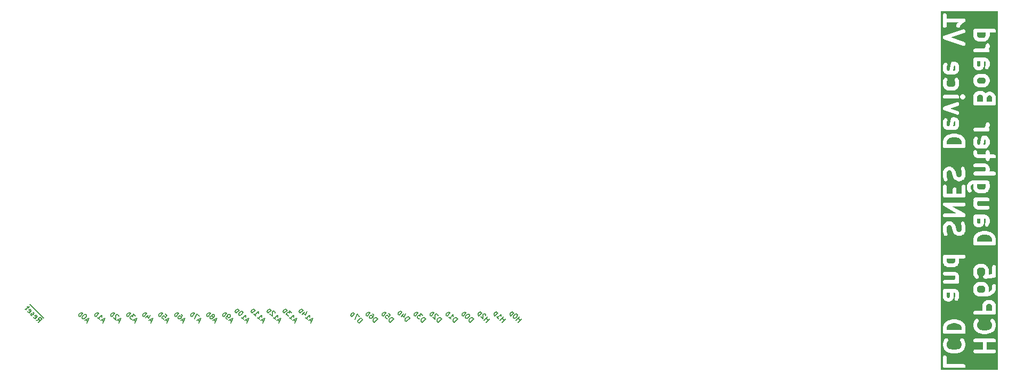
<source format=gbo>
%TF.GenerationSoftware,KiCad,Pcbnew,9.0.7-9.0.7~ubuntu24.04.1*%
%TF.CreationDate,2026-01-16T09:19:05+02:00*%
%TF.ProjectId,LCD Board,4c434420-426f-4617-9264-2e6b69636164,V1*%
%TF.SameCoordinates,Original*%
%TF.FileFunction,Legend,Bot*%
%TF.FilePolarity,Positive*%
%FSLAX46Y46*%
G04 Gerber Fmt 4.6, Leading zero omitted, Abs format (unit mm)*
G04 Created by KiCad (PCBNEW 9.0.7-9.0.7~ubuntu24.04.1) date 2026-01-16 09:19:05*
%MOMM*%
%LPD*%
G01*
G04 APERTURE LIST*
%ADD10C,0.200000*%
%ADD11C,0.600000*%
G04 APERTURE END LIST*
D10*
X-347392Y5199558D02*
X110543Y5280370D01*
X-24143Y4876309D02*
X541541Y5441995D01*
X541541Y5441995D02*
X326042Y5657494D01*
X326042Y5657494D02*
X245230Y5684431D01*
X245230Y5684431D02*
X191355Y5684431D01*
X191355Y5684431D02*
X110543Y5657494D01*
X110543Y5657494D02*
X29731Y5576682D01*
X29731Y5576682D02*
X2793Y5495869D01*
X2793Y5495869D02*
X2793Y5441995D01*
X2793Y5441995D02*
X29731Y5361182D01*
X29731Y5361182D02*
X245230Y5145683D01*
X-778390Y5684431D02*
X-751453Y5603619D01*
X-751453Y5603619D02*
X-643703Y5495869D01*
X-643703Y5495869D02*
X-562891Y5468932D01*
X-562891Y5468932D02*
X-482079Y5495869D01*
X-482079Y5495869D02*
X-266580Y5711369D01*
X-266580Y5711369D02*
X-239642Y5792181D01*
X-239642Y5792181D02*
X-266580Y5872993D01*
X-266580Y5872993D02*
X-374329Y5980743D01*
X-374329Y5980743D02*
X-455142Y6007680D01*
X-455142Y6007680D02*
X-535954Y5980743D01*
X-535954Y5980743D02*
X-589829Y5926868D01*
X-589829Y5926868D02*
X-374329Y5603619D01*
X-1020827Y5926868D02*
X-1101639Y5953805D01*
X-1101639Y5953805D02*
X-1209389Y6061555D01*
X-1209389Y6061555D02*
X-1236326Y6142367D01*
X-1236326Y6142367D02*
X-1209389Y6223179D01*
X-1209389Y6223179D02*
X-1182451Y6250116D01*
X-1182451Y6250116D02*
X-1101639Y6277054D01*
X-1101639Y6277054D02*
X-1020827Y6250116D01*
X-1020827Y6250116D02*
X-940015Y6169304D01*
X-940015Y6169304D02*
X-859202Y6142367D01*
X-859202Y6142367D02*
X-778390Y6169304D01*
X-778390Y6169304D02*
X-751453Y6196242D01*
X-751453Y6196242D02*
X-724515Y6277054D01*
X-724515Y6277054D02*
X-751453Y6357866D01*
X-751453Y6357866D02*
X-832265Y6438678D01*
X-832265Y6438678D02*
X-913077Y6465616D01*
X-1721199Y6627240D02*
X-1694262Y6546428D01*
X-1694262Y6546428D02*
X-1586512Y6438678D01*
X-1586512Y6438678D02*
X-1505700Y6411741D01*
X-1505700Y6411741D02*
X-1424888Y6438678D01*
X-1424888Y6438678D02*
X-1209389Y6654177D01*
X-1209389Y6654177D02*
X-1182451Y6734990D01*
X-1182451Y6734990D02*
X-1209389Y6815802D01*
X-1209389Y6815802D02*
X-1317138Y6923551D01*
X-1317138Y6923551D02*
X-1397950Y6950489D01*
X-1397950Y6950489D02*
X-1478763Y6923551D01*
X-1478763Y6923551D02*
X-1532637Y6869677D01*
X-1532637Y6869677D02*
X-1317138Y6546428D01*
X-1559575Y7165988D02*
X-1775074Y7381487D01*
X-1451825Y7435362D02*
X-1936698Y6950489D01*
X-1936698Y6950489D02*
X-2017510Y6923551D01*
X-2017510Y6923551D02*
X-2098323Y6950489D01*
X-2098323Y6950489D02*
X-2152197Y7004363D01*
X776705Y5520921D02*
X-1426773Y7724400D01*
X55855856Y4876309D02*
X56421541Y5441995D01*
X56421541Y5441995D02*
X56286854Y5576682D01*
X56286854Y5576682D02*
X56179105Y5630556D01*
X56179105Y5630556D02*
X56071355Y5630556D01*
X56071355Y5630556D02*
X55990543Y5603619D01*
X55990543Y5603619D02*
X55855856Y5522807D01*
X55855856Y5522807D02*
X55775044Y5441995D01*
X55775044Y5441995D02*
X55694231Y5307308D01*
X55694231Y5307308D02*
X55667294Y5226495D01*
X55667294Y5226495D02*
X55667294Y5118746D01*
X55667294Y5118746D02*
X55721169Y5010996D01*
X55721169Y5010996D02*
X55855856Y4876309D01*
X55586482Y6277054D02*
X55855856Y6007680D01*
X55855856Y6007680D02*
X55613419Y5711369D01*
X55613419Y5711369D02*
X55613419Y5765243D01*
X55613419Y5765243D02*
X55586482Y5846056D01*
X55586482Y5846056D02*
X55451795Y5980743D01*
X55451795Y5980743D02*
X55370983Y6007680D01*
X55370983Y6007680D02*
X55317108Y6007680D01*
X55317108Y6007680D02*
X55236296Y5980743D01*
X55236296Y5980743D02*
X55101609Y5846056D01*
X55101609Y5846056D02*
X55074671Y5765243D01*
X55074671Y5765243D02*
X55074671Y5711369D01*
X55074671Y5711369D02*
X55101609Y5630556D01*
X55101609Y5630556D02*
X55236296Y5495869D01*
X55236296Y5495869D02*
X55317108Y5468932D01*
X55317108Y5468932D02*
X55370983Y5468932D01*
X54715865Y5891311D02*
X55168413Y6343859D01*
X55168413Y6343859D02*
X55060664Y6451609D01*
X55060664Y6451609D02*
X54974464Y6494708D01*
X54974464Y6494708D02*
X54888264Y6494708D01*
X54888264Y6494708D02*
X54823614Y6473159D01*
X54823614Y6473159D02*
X54715865Y6408509D01*
X54715865Y6408509D02*
X54651215Y6343859D01*
X54651215Y6343859D02*
X54586565Y6236109D01*
X54586565Y6236109D02*
X54565015Y6171460D01*
X54565015Y6171460D02*
X54565015Y6085260D01*
X54565015Y6085260D02*
X54608115Y5999060D01*
X54608115Y5999060D02*
X54715865Y5891311D01*
X73635856Y4876309D02*
X74201541Y5441995D01*
X73932167Y5172621D02*
X73608918Y5495869D01*
X73312607Y5199558D02*
X73878292Y5765243D01*
X72746922Y5765243D02*
X73070171Y5441994D01*
X72908546Y5603619D02*
X73474232Y6169304D01*
X73474232Y6169304D02*
X73447294Y6034617D01*
X73447294Y6034617D02*
X73447294Y5926868D01*
X73447294Y5926868D02*
X73474232Y5846056D01*
X72468928Y5918248D02*
X72921476Y6370796D01*
X72921476Y6370796D02*
X72813726Y6478546D01*
X72813726Y6478546D02*
X72727527Y6521646D01*
X72727527Y6521646D02*
X72641327Y6521646D01*
X72641327Y6521646D02*
X72576677Y6500096D01*
X72576677Y6500096D02*
X72468928Y6435446D01*
X72468928Y6435446D02*
X72404278Y6370796D01*
X72404278Y6370796D02*
X72339628Y6263047D01*
X72339628Y6263047D02*
X72318078Y6198397D01*
X72318078Y6198397D02*
X72318078Y6112197D01*
X72318078Y6112197D02*
X72361178Y6025998D01*
X72361178Y6025998D02*
X72468928Y5918248D01*
X58395856Y5003309D02*
X58961541Y5568995D01*
X58961541Y5568995D02*
X58826854Y5703682D01*
X58826854Y5703682D02*
X58719105Y5757556D01*
X58719105Y5757556D02*
X58611355Y5757556D01*
X58611355Y5757556D02*
X58530543Y5730619D01*
X58530543Y5730619D02*
X58395856Y5649807D01*
X58395856Y5649807D02*
X58315044Y5568995D01*
X58315044Y5568995D02*
X58234231Y5434308D01*
X58234231Y5434308D02*
X58207294Y5353495D01*
X58207294Y5353495D02*
X58207294Y5245746D01*
X58207294Y5245746D02*
X58261169Y5137996D01*
X58261169Y5137996D02*
X58395856Y5003309D01*
X57964857Y6188555D02*
X57587734Y5811431D01*
X58315044Y6269367D02*
X58045670Y5730619D01*
X58045670Y5730619D02*
X57695483Y6080805D01*
X57255865Y6018311D02*
X57708413Y6470859D01*
X57708413Y6470859D02*
X57600664Y6578609D01*
X57600664Y6578609D02*
X57514464Y6621708D01*
X57514464Y6621708D02*
X57428264Y6621708D01*
X57428264Y6621708D02*
X57363614Y6600159D01*
X57363614Y6600159D02*
X57255865Y6535509D01*
X57255865Y6535509D02*
X57191215Y6470859D01*
X57191215Y6470859D02*
X57126565Y6363109D01*
X57126565Y6363109D02*
X57105015Y6298460D01*
X57105015Y6298460D02*
X57105015Y6212260D01*
X57105015Y6212260D02*
X57148115Y6126060D01*
X57148115Y6126060D02*
X57255865Y6018311D01*
X20484418Y5010996D02*
X20215044Y5280370D01*
X20376668Y4795497D02*
X20753792Y5549744D01*
X20753792Y5549744D02*
X19999544Y5172621D01*
X20107294Y6196242D02*
X20376668Y5926868D01*
X20376668Y5926868D02*
X20134232Y5630556D01*
X20134232Y5630556D02*
X20134232Y5684431D01*
X20134232Y5684431D02*
X20107294Y5765243D01*
X20107294Y5765243D02*
X19972607Y5899930D01*
X19972607Y5899930D02*
X19891795Y5926868D01*
X19891795Y5926868D02*
X19837920Y5926868D01*
X19837920Y5926868D02*
X19757108Y5899930D01*
X19757108Y5899930D02*
X19622421Y5765243D01*
X19622421Y5765243D02*
X19595484Y5684431D01*
X19595484Y5684431D02*
X19595484Y5630556D01*
X19595484Y5630556D02*
X19622421Y5549744D01*
X19622421Y5549744D02*
X19757108Y5415057D01*
X19757108Y5415057D02*
X19837920Y5388120D01*
X19837920Y5388120D02*
X19891795Y5388120D01*
X19236677Y5810498D02*
X19689226Y6263047D01*
X19689226Y6263047D02*
X19581476Y6370796D01*
X19581476Y6370796D02*
X19495276Y6413896D01*
X19495276Y6413896D02*
X19409077Y6413896D01*
X19409077Y6413896D02*
X19344427Y6392346D01*
X19344427Y6392346D02*
X19236677Y6327696D01*
X19236677Y6327696D02*
X19172027Y6263047D01*
X19172027Y6263047D02*
X19107378Y6155297D01*
X19107378Y6155297D02*
X19085828Y6090647D01*
X19085828Y6090647D02*
X19085828Y6004448D01*
X19085828Y6004448D02*
X19128928Y5918248D01*
X19128928Y5918248D02*
X19236677Y5810498D01*
X15404418Y5010996D02*
X15135044Y5280370D01*
X15296668Y4795497D02*
X15673792Y5549744D01*
X15673792Y5549744D02*
X14919544Y5172621D01*
X15350543Y5872993D02*
X15000357Y6223179D01*
X15000357Y6223179D02*
X14973419Y5819118D01*
X14973419Y5819118D02*
X14892607Y5899930D01*
X14892607Y5899930D02*
X14811795Y5926868D01*
X14811795Y5926868D02*
X14757920Y5926868D01*
X14757920Y5926868D02*
X14677108Y5899930D01*
X14677108Y5899930D02*
X14542421Y5765243D01*
X14542421Y5765243D02*
X14515484Y5684431D01*
X14515484Y5684431D02*
X14515484Y5630556D01*
X14515484Y5630556D02*
X14542421Y5549744D01*
X14542421Y5549744D02*
X14704045Y5388120D01*
X14704045Y5388120D02*
X14784858Y5361182D01*
X14784858Y5361182D02*
X14838732Y5361182D01*
X14156677Y5810498D02*
X14609226Y6263047D01*
X14609226Y6263047D02*
X14501476Y6370796D01*
X14501476Y6370796D02*
X14415276Y6413896D01*
X14415276Y6413896D02*
X14329077Y6413896D01*
X14329077Y6413896D02*
X14264427Y6392346D01*
X14264427Y6392346D02*
X14156677Y6327696D01*
X14156677Y6327696D02*
X14092027Y6263047D01*
X14092027Y6263047D02*
X14027378Y6155297D01*
X14027378Y6155297D02*
X14005828Y6090647D01*
X14005828Y6090647D02*
X14005828Y6004448D01*
X14005828Y6004448D02*
X14048928Y5918248D01*
X14048928Y5918248D02*
X14156677Y5810498D01*
X53315856Y4876309D02*
X53881541Y5441995D01*
X53881541Y5441995D02*
X53746854Y5576682D01*
X53746854Y5576682D02*
X53639105Y5630556D01*
X53639105Y5630556D02*
X53531355Y5630556D01*
X53531355Y5630556D02*
X53450543Y5603619D01*
X53450543Y5603619D02*
X53315856Y5522807D01*
X53315856Y5522807D02*
X53235044Y5441995D01*
X53235044Y5441995D02*
X53154231Y5307308D01*
X53154231Y5307308D02*
X53127294Y5226495D01*
X53127294Y5226495D02*
X53127294Y5118746D01*
X53127294Y5118746D02*
X53181169Y5010996D01*
X53181169Y5010996D02*
X53315856Y4876309D01*
X53073419Y6250117D02*
X53181169Y6142367D01*
X53181169Y6142367D02*
X53208106Y6061555D01*
X53208106Y6061555D02*
X53208106Y6007680D01*
X53208106Y6007680D02*
X53181169Y5872993D01*
X53181169Y5872993D02*
X53100357Y5738306D01*
X53100357Y5738306D02*
X52884857Y5522807D01*
X52884857Y5522807D02*
X52804045Y5495869D01*
X52804045Y5495869D02*
X52750170Y5495869D01*
X52750170Y5495869D02*
X52669358Y5522807D01*
X52669358Y5522807D02*
X52561609Y5630556D01*
X52561609Y5630556D02*
X52534671Y5711369D01*
X52534671Y5711369D02*
X52534671Y5765243D01*
X52534671Y5765243D02*
X52561609Y5846056D01*
X52561609Y5846056D02*
X52696296Y5980743D01*
X52696296Y5980743D02*
X52777108Y6007680D01*
X52777108Y6007680D02*
X52830983Y6007680D01*
X52830983Y6007680D02*
X52911795Y5980743D01*
X52911795Y5980743D02*
X53019544Y5872993D01*
X53019544Y5872993D02*
X53046482Y5792181D01*
X53046482Y5792181D02*
X53046482Y5738306D01*
X53046482Y5738306D02*
X53019544Y5657494D01*
X52175865Y5891311D02*
X52628413Y6343859D01*
X52628413Y6343859D02*
X52520664Y6451609D01*
X52520664Y6451609D02*
X52434464Y6494708D01*
X52434464Y6494708D02*
X52348264Y6494708D01*
X52348264Y6494708D02*
X52283614Y6473159D01*
X52283614Y6473159D02*
X52175865Y6408509D01*
X52175865Y6408509D02*
X52111215Y6343859D01*
X52111215Y6343859D02*
X52046565Y6236109D01*
X52046565Y6236109D02*
X52025015Y6171460D01*
X52025015Y6171460D02*
X52025015Y6085260D01*
X52025015Y6085260D02*
X52068115Y5999060D01*
X52068115Y5999060D02*
X52175865Y5891311D01*
X40804418Y5010996D02*
X40535044Y5280370D01*
X40696668Y4795497D02*
X41073792Y5549744D01*
X41073792Y5549744D02*
X40319544Y5172621D01*
X39834671Y5657494D02*
X40157920Y5334245D01*
X39996296Y5495869D02*
X40561981Y6061555D01*
X40561981Y6061555D02*
X40535044Y5926868D01*
X40535044Y5926868D02*
X40535044Y5819118D01*
X40535044Y5819118D02*
X40561981Y5738306D01*
X40211795Y6411741D02*
X39861609Y6761927D01*
X39861609Y6761927D02*
X39834671Y6357866D01*
X39834671Y6357866D02*
X39753859Y6438678D01*
X39753859Y6438678D02*
X39673047Y6465616D01*
X39673047Y6465616D02*
X39619172Y6465616D01*
X39619172Y6465616D02*
X39538360Y6438678D01*
X39538360Y6438678D02*
X39403673Y6303991D01*
X39403673Y6303991D02*
X39376735Y6223179D01*
X39376735Y6223179D02*
X39376735Y6169304D01*
X39376735Y6169304D02*
X39403673Y6088492D01*
X39403673Y6088492D02*
X39565297Y5926868D01*
X39565297Y5926868D02*
X39646109Y5899930D01*
X39646109Y5899930D02*
X39699984Y5899930D01*
X39017929Y6349246D02*
X39470477Y6801795D01*
X39470477Y6801795D02*
X39362728Y6909544D01*
X39362728Y6909544D02*
X39276528Y6952644D01*
X39276528Y6952644D02*
X39190328Y6952644D01*
X39190328Y6952644D02*
X39125679Y6931094D01*
X39125679Y6931094D02*
X39017929Y6866445D01*
X39017929Y6866445D02*
X38953279Y6801795D01*
X38953279Y6801795D02*
X38888630Y6694045D01*
X38888630Y6694045D02*
X38867080Y6629395D01*
X38867080Y6629395D02*
X38867080Y6543196D01*
X38867080Y6543196D02*
X38910179Y6456996D01*
X38910179Y6456996D02*
X39017929Y6349246D01*
X76175856Y4876309D02*
X76741541Y5441995D01*
X76472167Y5172621D02*
X76148918Y5495869D01*
X75852607Y5199558D02*
X76418292Y5765243D01*
X76041169Y6142367D02*
X75987294Y6196242D01*
X75987294Y6196242D02*
X75906482Y6223179D01*
X75906482Y6223179D02*
X75852607Y6223179D01*
X75852607Y6223179D02*
X75771795Y6196242D01*
X75771795Y6196242D02*
X75637108Y6115430D01*
X75637108Y6115430D02*
X75502421Y5980743D01*
X75502421Y5980743D02*
X75421609Y5846056D01*
X75421609Y5846056D02*
X75394671Y5765243D01*
X75394671Y5765243D02*
X75394671Y5711369D01*
X75394671Y5711369D02*
X75421609Y5630556D01*
X75421609Y5630556D02*
X75475484Y5576681D01*
X75475484Y5576681D02*
X75556296Y5549744D01*
X75556296Y5549744D02*
X75610171Y5549744D01*
X75610171Y5549744D02*
X75690983Y5576681D01*
X75690983Y5576681D02*
X75825670Y5657494D01*
X75825670Y5657494D02*
X75960357Y5792181D01*
X75960357Y5792181D02*
X76041169Y5926868D01*
X76041169Y5926868D02*
X76068106Y6007680D01*
X76068106Y6007680D02*
X76068106Y6061555D01*
X76068106Y6061555D02*
X76041169Y6142367D01*
X75008928Y5918248D02*
X75461476Y6370796D01*
X75461476Y6370796D02*
X75353726Y6478546D01*
X75353726Y6478546D02*
X75267527Y6521646D01*
X75267527Y6521646D02*
X75181327Y6521646D01*
X75181327Y6521646D02*
X75116677Y6500096D01*
X75116677Y6500096D02*
X75008928Y6435446D01*
X75008928Y6435446D02*
X74944278Y6370796D01*
X74944278Y6370796D02*
X74879628Y6263047D01*
X74879628Y6263047D02*
X74858078Y6198397D01*
X74858078Y6198397D02*
X74858078Y6112197D01*
X74858078Y6112197D02*
X74901178Y6025998D01*
X74901178Y6025998D02*
X75008928Y5918248D01*
X30644418Y5010996D02*
X30375044Y5280370D01*
X30536668Y4795497D02*
X30913792Y5549744D01*
X30913792Y5549744D02*
X30159544Y5172621D01*
X29944045Y5388120D02*
X29836296Y5495869D01*
X29836296Y5495869D02*
X29809358Y5576681D01*
X29809358Y5576681D02*
X29809358Y5630556D01*
X29809358Y5630556D02*
X29836296Y5765243D01*
X29836296Y5765243D02*
X29917108Y5899930D01*
X29917108Y5899930D02*
X30132607Y6115429D01*
X30132607Y6115429D02*
X30213419Y6142367D01*
X30213419Y6142367D02*
X30267294Y6142367D01*
X30267294Y6142367D02*
X30348106Y6115429D01*
X30348106Y6115429D02*
X30455856Y6007680D01*
X30455856Y6007680D02*
X30482793Y5926868D01*
X30482793Y5926868D02*
X30482793Y5872993D01*
X30482793Y5872993D02*
X30455856Y5792181D01*
X30455856Y5792181D02*
X30321169Y5657494D01*
X30321169Y5657494D02*
X30240357Y5630556D01*
X30240357Y5630556D02*
X30186482Y5630556D01*
X30186482Y5630556D02*
X30105670Y5657494D01*
X30105670Y5657494D02*
X29997920Y5765243D01*
X29997920Y5765243D02*
X29970983Y5846055D01*
X29970983Y5846055D02*
X29970983Y5899930D01*
X29970983Y5899930D02*
X29997920Y5980742D01*
X29396677Y5810498D02*
X29849226Y6263047D01*
X29849226Y6263047D02*
X29741476Y6370796D01*
X29741476Y6370796D02*
X29655276Y6413896D01*
X29655276Y6413896D02*
X29569077Y6413896D01*
X29569077Y6413896D02*
X29504427Y6392346D01*
X29504427Y6392346D02*
X29396677Y6327696D01*
X29396677Y6327696D02*
X29332027Y6263047D01*
X29332027Y6263047D02*
X29267378Y6155297D01*
X29267378Y6155297D02*
X29245828Y6090647D01*
X29245828Y6090647D02*
X29245828Y6004448D01*
X29245828Y6004448D02*
X29288928Y5918248D01*
X29288928Y5918248D02*
X29396677Y5810498D01*
X23024418Y5010996D02*
X22755044Y5280370D01*
X22916668Y4795497D02*
X23293792Y5549744D01*
X23293792Y5549744D02*
X22539544Y5172621D01*
X22674232Y6169304D02*
X22781981Y6061555D01*
X22781981Y6061555D02*
X22808919Y5980742D01*
X22808919Y5980742D02*
X22808919Y5926868D01*
X22808919Y5926868D02*
X22781981Y5792181D01*
X22781981Y5792181D02*
X22701169Y5657494D01*
X22701169Y5657494D02*
X22485670Y5441994D01*
X22485670Y5441994D02*
X22404858Y5415057D01*
X22404858Y5415057D02*
X22350983Y5415057D01*
X22350983Y5415057D02*
X22270171Y5441994D01*
X22270171Y5441994D02*
X22162421Y5549744D01*
X22162421Y5549744D02*
X22135484Y5630556D01*
X22135484Y5630556D02*
X22135484Y5684431D01*
X22135484Y5684431D02*
X22162421Y5765243D01*
X22162421Y5765243D02*
X22297108Y5899930D01*
X22297108Y5899930D02*
X22377920Y5926868D01*
X22377920Y5926868D02*
X22431795Y5926868D01*
X22431795Y5926868D02*
X22512607Y5899930D01*
X22512607Y5899930D02*
X22620357Y5792181D01*
X22620357Y5792181D02*
X22647294Y5711368D01*
X22647294Y5711368D02*
X22647294Y5657494D01*
X22647294Y5657494D02*
X22620357Y5576681D01*
X21776677Y5810498D02*
X22229226Y6263047D01*
X22229226Y6263047D02*
X22121476Y6370796D01*
X22121476Y6370796D02*
X22035276Y6413896D01*
X22035276Y6413896D02*
X21949077Y6413896D01*
X21949077Y6413896D02*
X21884427Y6392346D01*
X21884427Y6392346D02*
X21776677Y6327696D01*
X21776677Y6327696D02*
X21712027Y6263047D01*
X21712027Y6263047D02*
X21647378Y6155297D01*
X21647378Y6155297D02*
X21625828Y6090647D01*
X21625828Y6090647D02*
X21625828Y6004448D01*
X21625828Y6004448D02*
X21668928Y5918248D01*
X21668928Y5918248D02*
X21776677Y5810498D01*
X33184418Y5010996D02*
X32915044Y5280370D01*
X33076668Y4795497D02*
X33453792Y5549744D01*
X33453792Y5549744D02*
X32699544Y5172621D01*
X32214671Y5657494D02*
X32537920Y5334245D01*
X32376296Y5495869D02*
X32941981Y6061555D01*
X32941981Y6061555D02*
X32915044Y5926868D01*
X32915044Y5926868D02*
X32915044Y5819118D01*
X32915044Y5819118D02*
X32941981Y5738306D01*
X32430170Y6573365D02*
X32376296Y6627240D01*
X32376296Y6627240D02*
X32295483Y6654178D01*
X32295483Y6654178D02*
X32241609Y6654178D01*
X32241609Y6654178D02*
X32160796Y6627240D01*
X32160796Y6627240D02*
X32026109Y6546428D01*
X32026109Y6546428D02*
X31891422Y6411741D01*
X31891422Y6411741D02*
X31810610Y6277054D01*
X31810610Y6277054D02*
X31783673Y6196242D01*
X31783673Y6196242D02*
X31783673Y6142367D01*
X31783673Y6142367D02*
X31810610Y6061555D01*
X31810610Y6061555D02*
X31864485Y6007680D01*
X31864485Y6007680D02*
X31945297Y5980743D01*
X31945297Y5980743D02*
X31999172Y5980743D01*
X31999172Y5980743D02*
X32079984Y6007680D01*
X32079984Y6007680D02*
X32214671Y6088492D01*
X32214671Y6088492D02*
X32349358Y6223179D01*
X32349358Y6223179D02*
X32430170Y6357866D01*
X32430170Y6357866D02*
X32457108Y6438678D01*
X32457108Y6438678D02*
X32457108Y6492553D01*
X32457108Y6492553D02*
X32430170Y6573365D01*
X31397929Y6349246D02*
X31850477Y6801795D01*
X31850477Y6801795D02*
X31742728Y6909544D01*
X31742728Y6909544D02*
X31656528Y6952644D01*
X31656528Y6952644D02*
X31570328Y6952644D01*
X31570328Y6952644D02*
X31505679Y6931094D01*
X31505679Y6931094D02*
X31397929Y6866445D01*
X31397929Y6866445D02*
X31333279Y6801795D01*
X31333279Y6801795D02*
X31268630Y6694045D01*
X31268630Y6694045D02*
X31247080Y6629395D01*
X31247080Y6629395D02*
X31247080Y6543196D01*
X31247080Y6543196D02*
X31290179Y6456996D01*
X31290179Y6456996D02*
X31397929Y6349246D01*
X43344418Y5010996D02*
X43075044Y5280370D01*
X43236668Y4795497D02*
X43613792Y5549744D01*
X43613792Y5549744D02*
X42859544Y5172621D01*
X42374671Y5657494D02*
X42697920Y5334245D01*
X42536296Y5495869D02*
X43101981Y6061555D01*
X43101981Y6061555D02*
X43075044Y5926868D01*
X43075044Y5926868D02*
X43075044Y5819118D01*
X43075044Y5819118D02*
X43101981Y5738306D01*
X42266922Y6519491D02*
X41889798Y6142367D01*
X42617108Y6600303D02*
X42347734Y6061555D01*
X42347734Y6061555D02*
X41997548Y6411741D01*
X41557929Y6349246D02*
X42010477Y6801795D01*
X42010477Y6801795D02*
X41902728Y6909544D01*
X41902728Y6909544D02*
X41816528Y6952644D01*
X41816528Y6952644D02*
X41730328Y6952644D01*
X41730328Y6952644D02*
X41665679Y6931094D01*
X41665679Y6931094D02*
X41557929Y6866445D01*
X41557929Y6866445D02*
X41493279Y6801795D01*
X41493279Y6801795D02*
X41428630Y6694045D01*
X41428630Y6694045D02*
X41407080Y6629395D01*
X41407080Y6629395D02*
X41407080Y6543196D01*
X41407080Y6543196D02*
X41450179Y6456996D01*
X41450179Y6456996D02*
X41557929Y6349246D01*
X60935856Y4876309D02*
X61501541Y5441995D01*
X61501541Y5441995D02*
X61366854Y5576682D01*
X61366854Y5576682D02*
X61259105Y5630556D01*
X61259105Y5630556D02*
X61151355Y5630556D01*
X61151355Y5630556D02*
X61070543Y5603619D01*
X61070543Y5603619D02*
X60935856Y5522807D01*
X60935856Y5522807D02*
X60855044Y5441995D01*
X60855044Y5441995D02*
X60774231Y5307308D01*
X60774231Y5307308D02*
X60747294Y5226495D01*
X60747294Y5226495D02*
X60747294Y5118746D01*
X60747294Y5118746D02*
X60801169Y5010996D01*
X60801169Y5010996D02*
X60935856Y4876309D01*
X60989731Y5953805D02*
X60639544Y6303991D01*
X60639544Y6303991D02*
X60612607Y5899930D01*
X60612607Y5899930D02*
X60531795Y5980743D01*
X60531795Y5980743D02*
X60450983Y6007680D01*
X60450983Y6007680D02*
X60397108Y6007680D01*
X60397108Y6007680D02*
X60316296Y5980743D01*
X60316296Y5980743D02*
X60181609Y5846056D01*
X60181609Y5846056D02*
X60154671Y5765243D01*
X60154671Y5765243D02*
X60154671Y5711369D01*
X60154671Y5711369D02*
X60181609Y5630556D01*
X60181609Y5630556D02*
X60343233Y5468932D01*
X60343233Y5468932D02*
X60424045Y5441995D01*
X60424045Y5441995D02*
X60477920Y5441995D01*
X59795865Y5891311D02*
X60248413Y6343859D01*
X60248413Y6343859D02*
X60140664Y6451609D01*
X60140664Y6451609D02*
X60054464Y6494708D01*
X60054464Y6494708D02*
X59968264Y6494708D01*
X59968264Y6494708D02*
X59903614Y6473159D01*
X59903614Y6473159D02*
X59795865Y6408509D01*
X59795865Y6408509D02*
X59731215Y6343859D01*
X59731215Y6343859D02*
X59666565Y6236109D01*
X59666565Y6236109D02*
X59645015Y6171460D01*
X59645015Y6171460D02*
X59645015Y6085260D01*
X59645015Y6085260D02*
X59688115Y5999060D01*
X59688115Y5999060D02*
X59795865Y5891311D01*
X71095856Y4876309D02*
X71661541Y5441995D01*
X71392167Y5172621D02*
X71068918Y5495869D01*
X70772607Y5199558D02*
X71338292Y5765243D01*
X71041981Y5953805D02*
X71041981Y6007680D01*
X71041981Y6007680D02*
X71015044Y6088492D01*
X71015044Y6088492D02*
X70880357Y6223179D01*
X70880357Y6223179D02*
X70799545Y6250117D01*
X70799545Y6250117D02*
X70745670Y6250117D01*
X70745670Y6250117D02*
X70664858Y6223179D01*
X70664858Y6223179D02*
X70610983Y6169304D01*
X70610983Y6169304D02*
X70557108Y6061555D01*
X70557108Y6061555D02*
X70557108Y5415057D01*
X70557108Y5415057D02*
X70206922Y5765243D01*
X69928928Y5918248D02*
X70381476Y6370796D01*
X70381476Y6370796D02*
X70273726Y6478546D01*
X70273726Y6478546D02*
X70187527Y6521646D01*
X70187527Y6521646D02*
X70101327Y6521646D01*
X70101327Y6521646D02*
X70036677Y6500096D01*
X70036677Y6500096D02*
X69928928Y6435446D01*
X69928928Y6435446D02*
X69864278Y6370796D01*
X69864278Y6370796D02*
X69799628Y6263047D01*
X69799628Y6263047D02*
X69778078Y6198397D01*
X69778078Y6198397D02*
X69778078Y6112197D01*
X69778078Y6112197D02*
X69821178Y6025998D01*
X69821178Y6025998D02*
X69928928Y5918248D01*
X17944418Y5010996D02*
X17675044Y5280370D01*
X17836668Y4795497D02*
X18213792Y5549744D01*
X18213792Y5549744D02*
X17459544Y5172621D01*
X17405670Y5980742D02*
X17028546Y5603619D01*
X17755856Y6061555D02*
X17486482Y5522807D01*
X17486482Y5522807D02*
X17136296Y5872993D01*
X16696677Y5810498D02*
X17149226Y6263047D01*
X17149226Y6263047D02*
X17041476Y6370796D01*
X17041476Y6370796D02*
X16955276Y6413896D01*
X16955276Y6413896D02*
X16869077Y6413896D01*
X16869077Y6413896D02*
X16804427Y6392346D01*
X16804427Y6392346D02*
X16696677Y6327696D01*
X16696677Y6327696D02*
X16632027Y6263047D01*
X16632027Y6263047D02*
X16567378Y6155297D01*
X16567378Y6155297D02*
X16545828Y6090647D01*
X16545828Y6090647D02*
X16545828Y6004448D01*
X16545828Y6004448D02*
X16588928Y5918248D01*
X16588928Y5918248D02*
X16696677Y5810498D01*
X66015856Y4876309D02*
X66581541Y5441995D01*
X66581541Y5441995D02*
X66446854Y5576682D01*
X66446854Y5576682D02*
X66339105Y5630556D01*
X66339105Y5630556D02*
X66231355Y5630556D01*
X66231355Y5630556D02*
X66150543Y5603619D01*
X66150543Y5603619D02*
X66015856Y5522807D01*
X66015856Y5522807D02*
X65935044Y5441995D01*
X65935044Y5441995D02*
X65854231Y5307308D01*
X65854231Y5307308D02*
X65827294Y5226495D01*
X65827294Y5226495D02*
X65827294Y5118746D01*
X65827294Y5118746D02*
X65881169Y5010996D01*
X65881169Y5010996D02*
X66015856Y4876309D01*
X65153859Y5738306D02*
X65477108Y5415057D01*
X65315483Y5576682D02*
X65881169Y6142367D01*
X65881169Y6142367D02*
X65854231Y6007680D01*
X65854231Y6007680D02*
X65854231Y5899930D01*
X65854231Y5899930D02*
X65881169Y5819118D01*
X64875865Y5891311D02*
X65328413Y6343859D01*
X65328413Y6343859D02*
X65220664Y6451609D01*
X65220664Y6451609D02*
X65134464Y6494708D01*
X65134464Y6494708D02*
X65048264Y6494708D01*
X65048264Y6494708D02*
X64983614Y6473159D01*
X64983614Y6473159D02*
X64875865Y6408509D01*
X64875865Y6408509D02*
X64811215Y6343859D01*
X64811215Y6343859D02*
X64746565Y6236109D01*
X64746565Y6236109D02*
X64725015Y6171460D01*
X64725015Y6171460D02*
X64725015Y6085260D01*
X64725015Y6085260D02*
X64768115Y5999060D01*
X64768115Y5999060D02*
X64875865Y5891311D01*
X7784418Y5010996D02*
X7515044Y5280370D01*
X7676668Y4795497D02*
X8053792Y5549744D01*
X8053792Y5549744D02*
X7299544Y5172621D01*
X7568919Y6034617D02*
X7515044Y6088492D01*
X7515044Y6088492D02*
X7434232Y6115429D01*
X7434232Y6115429D02*
X7380357Y6115429D01*
X7380357Y6115429D02*
X7299545Y6088492D01*
X7299545Y6088492D02*
X7164858Y6007680D01*
X7164858Y6007680D02*
X7030171Y5872993D01*
X7030171Y5872993D02*
X6949358Y5738306D01*
X6949358Y5738306D02*
X6922421Y5657494D01*
X6922421Y5657494D02*
X6922421Y5603619D01*
X6922421Y5603619D02*
X6949358Y5522807D01*
X6949358Y5522807D02*
X7003233Y5468932D01*
X7003233Y5468932D02*
X7084045Y5441994D01*
X7084045Y5441994D02*
X7137920Y5441994D01*
X7137920Y5441994D02*
X7218732Y5468932D01*
X7218732Y5468932D02*
X7353419Y5549744D01*
X7353419Y5549744D02*
X7488106Y5684431D01*
X7488106Y5684431D02*
X7568919Y5819118D01*
X7568919Y5819118D02*
X7595856Y5899930D01*
X7595856Y5899930D02*
X7595856Y5953805D01*
X7595856Y5953805D02*
X7568919Y6034617D01*
X6536677Y5810498D02*
X6989226Y6263047D01*
X6989226Y6263047D02*
X6881476Y6370796D01*
X6881476Y6370796D02*
X6795276Y6413896D01*
X6795276Y6413896D02*
X6709077Y6413896D01*
X6709077Y6413896D02*
X6644427Y6392346D01*
X6644427Y6392346D02*
X6536677Y6327696D01*
X6536677Y6327696D02*
X6472027Y6263047D01*
X6472027Y6263047D02*
X6407378Y6155297D01*
X6407378Y6155297D02*
X6385828Y6090647D01*
X6385828Y6090647D02*
X6385828Y6004448D01*
X6385828Y6004448D02*
X6428928Y5918248D01*
X6428928Y5918248D02*
X6536677Y5810498D01*
X12864418Y5010996D02*
X12595044Y5280370D01*
X12756668Y4795497D02*
X13133792Y5549744D01*
X13133792Y5549744D02*
X12379544Y5172621D01*
X12729731Y5846055D02*
X12729731Y5899930D01*
X12729731Y5899930D02*
X12702793Y5980742D01*
X12702793Y5980742D02*
X12568106Y6115429D01*
X12568106Y6115429D02*
X12487294Y6142367D01*
X12487294Y6142367D02*
X12433419Y6142367D01*
X12433419Y6142367D02*
X12352607Y6115429D01*
X12352607Y6115429D02*
X12298732Y6061555D01*
X12298732Y6061555D02*
X12244858Y5953805D01*
X12244858Y5953805D02*
X12244858Y5307307D01*
X12244858Y5307307D02*
X11894671Y5657494D01*
X11616677Y5810498D02*
X12069226Y6263047D01*
X12069226Y6263047D02*
X11961476Y6370796D01*
X11961476Y6370796D02*
X11875276Y6413896D01*
X11875276Y6413896D02*
X11789077Y6413896D01*
X11789077Y6413896D02*
X11724427Y6392346D01*
X11724427Y6392346D02*
X11616677Y6327696D01*
X11616677Y6327696D02*
X11552027Y6263047D01*
X11552027Y6263047D02*
X11487378Y6155297D01*
X11487378Y6155297D02*
X11465828Y6090647D01*
X11465828Y6090647D02*
X11465828Y6004448D01*
X11465828Y6004448D02*
X11508928Y5918248D01*
X11508928Y5918248D02*
X11616677Y5810498D01*
D11*
G36*
X146110434Y4640799D02*
G01*
X146323146Y4534443D01*
X146524359Y4333229D01*
X146629426Y4018030D01*
X146629426Y3652427D01*
X144229426Y3652427D01*
X144229426Y4018028D01*
X144334493Y4333230D01*
X144535706Y4534443D01*
X144748419Y4640799D01*
X145252073Y4766713D01*
X145606779Y4766713D01*
X146110434Y4640799D01*
G37*
G36*
X151295836Y7748728D02*
G01*
X151369844Y7674719D01*
X151459258Y7495892D01*
X151459258Y6723855D01*
X150487830Y6723855D01*
X150487830Y7495892D01*
X150577243Y7674719D01*
X150651252Y7748728D01*
X150830078Y7838141D01*
X151117010Y7838141D01*
X151295836Y7748728D01*
G37*
G36*
X144772284Y8994676D02*
G01*
X144705819Y8861747D01*
X144572892Y8795284D01*
X144428818Y8795284D01*
X144295890Y8861747D01*
X144229426Y8994676D01*
X144229426Y9567320D01*
X144257694Y9623856D01*
X144772284Y9623856D01*
X144772284Y8994676D01*
G37*
G36*
X150152979Y10605871D02*
G01*
X150226987Y10531862D01*
X150316401Y10353035D01*
X150316401Y9923246D01*
X150226987Y9744419D01*
X150152979Y9670411D01*
X149974153Y9580998D01*
X149401507Y9580998D01*
X149222681Y9670411D01*
X149148672Y9744419D01*
X149059258Y9923247D01*
X149059258Y10353034D01*
X149148672Y10531862D01*
X149222681Y10605871D01*
X149401507Y10695284D01*
X149974153Y10695284D01*
X150152979Y10605871D01*
G37*
G36*
X145629426Y14995893D02*
G01*
X145629426Y14566104D01*
X145540012Y14387277D01*
X145466004Y14313269D01*
X145287178Y14223856D01*
X144571675Y14223856D01*
X144392849Y14313269D01*
X144318840Y14387277D01*
X144229426Y14566105D01*
X144229426Y14995892D01*
X144257694Y15052428D01*
X145601159Y15052428D01*
X145629426Y14995893D01*
G37*
G36*
X150940266Y18712227D02*
G01*
X151152978Y18605871D01*
X151354191Y18404657D01*
X151459258Y18089458D01*
X151459258Y17723855D01*
X149059258Y17723855D01*
X149059258Y18089456D01*
X149164325Y18404658D01*
X149365538Y18605871D01*
X149578251Y18712227D01*
X150081905Y18838141D01*
X150436611Y18838141D01*
X150940266Y18712227D01*
G37*
G36*
X149602116Y20780390D02*
G01*
X149535651Y20647461D01*
X149402724Y20580998D01*
X149258650Y20580998D01*
X149125722Y20647461D01*
X149059258Y20780390D01*
X149059258Y21353034D01*
X149087526Y21409570D01*
X149602116Y21409570D01*
X149602116Y20780390D01*
G37*
G36*
X150459258Y26781607D02*
G01*
X150459258Y26351818D01*
X150369844Y26172991D01*
X150295836Y26098983D01*
X150117010Y26009570D01*
X149401507Y26009570D01*
X149222681Y26098983D01*
X149148672Y26172991D01*
X149059258Y26351819D01*
X149059258Y26781606D01*
X149087526Y26838142D01*
X150430991Y26838142D01*
X150459258Y26781607D01*
G37*
G36*
X150392794Y33914535D02*
G01*
X150459258Y33781608D01*
X150459258Y33351819D01*
X150392794Y33218891D01*
X150259867Y33152428D01*
X150125199Y33152428D01*
X150288091Y33966887D01*
X150392794Y33914535D01*
G37*
G36*
X146110434Y34212228D02*
G01*
X146323146Y34105872D01*
X146524359Y33904658D01*
X146629426Y33589459D01*
X146629426Y33223856D01*
X144229426Y33223856D01*
X144229426Y33589457D01*
X144334493Y33904659D01*
X144535706Y34105872D01*
X144748419Y34212228D01*
X145252073Y34338142D01*
X145606779Y34338142D01*
X146110434Y34212228D01*
G37*
G36*
X145562962Y36843106D02*
G01*
X145629426Y36710179D01*
X145629426Y36280390D01*
X145562962Y36147462D01*
X145430035Y36080999D01*
X145295367Y36080999D01*
X145458259Y36895458D01*
X145562962Y36843106D01*
G37*
G36*
X149867265Y41034444D02*
G01*
X149925620Y40976088D01*
X150030687Y40660888D01*
X150030687Y40009571D01*
X149059258Y40009571D01*
X149059258Y40781607D01*
X149148672Y40960435D01*
X149222681Y41034444D01*
X149401507Y41123857D01*
X149688438Y41123857D01*
X149867265Y41034444D01*
G37*
G36*
X151295836Y40891587D02*
G01*
X151369844Y40817578D01*
X151459258Y40638751D01*
X151459258Y40009571D01*
X150630687Y40009571D01*
X150630687Y40638751D01*
X150720100Y40817578D01*
X150794108Y40891586D01*
X150972936Y40981000D01*
X151117010Y40981000D01*
X151295836Y40891587D01*
G37*
G36*
X150295835Y43748730D02*
G01*
X150369844Y43674720D01*
X150459258Y43495894D01*
X150459258Y43208962D01*
X150369844Y43030135D01*
X150295836Y42956127D01*
X150117010Y42866714D01*
X149401507Y42866714D01*
X149222681Y42956127D01*
X149148672Y43030135D01*
X149059258Y43208963D01*
X149059258Y43495892D01*
X149148672Y43674721D01*
X149222681Y43748730D01*
X149401507Y43838143D01*
X150117010Y43838143D01*
X150295835Y43748730D01*
G37*
G36*
X145562962Y45700249D02*
G01*
X145629426Y45567322D01*
X145629426Y45137533D01*
X145562962Y45004605D01*
X145430035Y44938142D01*
X145295367Y44938142D01*
X145458259Y45752601D01*
X145562962Y45700249D01*
G37*
G36*
X149602116Y45780392D02*
G01*
X149535651Y45647463D01*
X149402724Y45581000D01*
X149258650Y45581000D01*
X149125722Y45647463D01*
X149059258Y45780392D01*
X149059258Y46353036D01*
X149087526Y46409572D01*
X149602116Y46409572D01*
X149602116Y45780392D01*
G37*
G36*
X150459258Y50924466D02*
G01*
X150459258Y50494677D01*
X150369844Y50315850D01*
X150295836Y50241842D01*
X150117010Y50152429D01*
X149401507Y50152429D01*
X149222681Y50241842D01*
X149148672Y50315850D01*
X149059258Y50494678D01*
X149059258Y50924465D01*
X149087526Y50981001D01*
X150430991Y50981001D01*
X150459258Y50924466D01*
G37*
G36*
X152392591Y-2709476D02*
G01*
X143296093Y-2709476D01*
X143296093Y-647571D01*
X143629426Y-647571D01*
X143629426Y-2076143D01*
X143631993Y-2115301D01*
X143652262Y-2190948D01*
X143691420Y-2258771D01*
X143746798Y-2314149D01*
X143814621Y-2353307D01*
X143890268Y-2373576D01*
X143929426Y-2376143D01*
X146929426Y-2376143D01*
X146968584Y-2373576D01*
X147044231Y-2353307D01*
X147112054Y-2314149D01*
X147167432Y-2258771D01*
X147206590Y-2190948D01*
X147226859Y-2115301D01*
X147226859Y-2036985D01*
X147206590Y-1961338D01*
X147167432Y-1893515D01*
X147112054Y-1838137D01*
X147044231Y-1798979D01*
X146968584Y-1778710D01*
X146929426Y-1776143D01*
X144229426Y-1776143D01*
X144229426Y-647571D01*
X144226859Y-608413D01*
X144206590Y-532766D01*
X144167432Y-464943D01*
X144112054Y-409565D01*
X144044231Y-370407D01*
X143968584Y-350138D01*
X143890268Y-350138D01*
X143814621Y-370407D01*
X143746798Y-409565D01*
X143691420Y-464943D01*
X143652262Y-532766D01*
X143631993Y-608413D01*
X143629426Y-647571D01*
X143296093Y-647571D01*
X143296093Y1495284D01*
X143629426Y1495284D01*
X143629426Y1209570D01*
X143631993Y1170412D01*
X143634332Y1161680D01*
X143634874Y1152661D01*
X143644821Y1114701D01*
X143787679Y686130D01*
X143793800Y671119D01*
X143795120Y666194D01*
X143797465Y662131D01*
X143802497Y649793D01*
X143819160Y624555D01*
X143834278Y598371D01*
X143843062Y588354D01*
X143845648Y584438D01*
X143849465Y581053D01*
X143860152Y568867D01*
X144145865Y283153D01*
X144175369Y257279D01*
X144183196Y252759D01*
X144189958Y246764D01*
X144223834Y226956D01*
X144509548Y84099D01*
X144529006Y75913D01*
X144533585Y73372D01*
X144539752Y71393D01*
X144545720Y68883D01*
X144550847Y67833D01*
X144570951Y61384D01*
X145142380Y-81473D01*
X145172607Y-86958D01*
X145175983Y-87863D01*
X145178500Y-88028D01*
X145180991Y-88480D01*
X145184495Y-88421D01*
X145215141Y-90430D01*
X145643712Y-90430D01*
X145674357Y-88421D01*
X145677861Y-88480D01*
X145680351Y-88028D01*
X145682870Y-87863D01*
X145686246Y-86958D01*
X145716473Y-81473D01*
X146287901Y61384D01*
X146308002Y67833D01*
X146313133Y68883D01*
X146319104Y71394D01*
X146325267Y73372D01*
X146329842Y75911D01*
X146349305Y84099D01*
X146635019Y226956D01*
X146668895Y246764D01*
X146675658Y252761D01*
X146683483Y257279D01*
X146712987Y283152D01*
X146998701Y568867D01*
X147009388Y581053D01*
X147013205Y584438D01*
X147015790Y588354D01*
X147024575Y598371D01*
X147039695Y624560D01*
X147056356Y649794D01*
X147061386Y662129D01*
X147063733Y666194D01*
X147065053Y671121D01*
X147071174Y686131D01*
X147214031Y1114701D01*
X147223978Y1152661D01*
X147224519Y1161680D01*
X147226859Y1170412D01*
X147229426Y1209570D01*
X147229426Y1495284D01*
X147226859Y1534442D01*
X147224519Y1543173D01*
X147223978Y1552192D01*
X147214031Y1590153D01*
X147071174Y2018724D01*
X147065053Y2033733D01*
X147064863Y2034442D01*
X148461825Y2034442D01*
X148461825Y1956126D01*
X148482094Y1880479D01*
X148521252Y1812656D01*
X148576630Y1757278D01*
X148644453Y1718120D01*
X148720100Y1697851D01*
X148759258Y1695284D01*
X150030687Y1695284D01*
X150030687Y580998D01*
X148759258Y580998D01*
X148720100Y578431D01*
X148644453Y558162D01*
X148576630Y519004D01*
X148521252Y463626D01*
X148482094Y395803D01*
X148461825Y320156D01*
X148461825Y241840D01*
X148482094Y166193D01*
X148521252Y98370D01*
X148576630Y42992D01*
X148644453Y3834D01*
X148720100Y-16435D01*
X148759258Y-19002D01*
X151759258Y-19002D01*
X151798416Y-16435D01*
X151874063Y3834D01*
X151941886Y42992D01*
X151997264Y98370D01*
X152036422Y166193D01*
X152056691Y241840D01*
X152056691Y320156D01*
X152036422Y395803D01*
X151997264Y463626D01*
X151941886Y519004D01*
X151874063Y558162D01*
X151798416Y578431D01*
X151759258Y580998D01*
X150630687Y580998D01*
X150630687Y1695284D01*
X151759258Y1695284D01*
X151798416Y1697851D01*
X151874063Y1718120D01*
X151941886Y1757278D01*
X151997264Y1812656D01*
X152036422Y1880479D01*
X152056691Y1956126D01*
X152056691Y2034442D01*
X152036422Y2110089D01*
X151997264Y2177912D01*
X151941886Y2233290D01*
X151874063Y2272448D01*
X151798416Y2292717D01*
X151759258Y2295284D01*
X148759258Y2295284D01*
X148720100Y2292717D01*
X148644453Y2272448D01*
X148576630Y2233290D01*
X148521252Y2177912D01*
X148482094Y2110089D01*
X148461825Y2034442D01*
X147064863Y2034442D01*
X147063733Y2038661D01*
X147061386Y2042725D01*
X147056356Y2055061D01*
X147039697Y2080291D01*
X147024575Y2106484D01*
X147015788Y2116503D01*
X147013205Y2120416D01*
X147009391Y2123797D01*
X146998701Y2135988D01*
X146855844Y2278845D01*
X146826340Y2304719D01*
X146758517Y2343877D01*
X146682870Y2364146D01*
X146604554Y2364146D01*
X146528907Y2343877D01*
X146461084Y2304719D01*
X146405706Y2249341D01*
X146366548Y2181518D01*
X146346279Y2105871D01*
X146346279Y2027555D01*
X146366548Y1951908D01*
X146405706Y1884085D01*
X146431580Y1854581D01*
X146524359Y1761801D01*
X146629426Y1446601D01*
X146629426Y1258253D01*
X146524359Y943053D01*
X146323146Y741839D01*
X146110434Y635483D01*
X145606779Y509570D01*
X145252073Y509570D01*
X144748419Y635483D01*
X144535706Y741839D01*
X144334493Y943052D01*
X144229426Y1258254D01*
X144229426Y1446599D01*
X144334493Y1761801D01*
X144427273Y1854581D01*
X144453147Y1884085D01*
X144492305Y1951908D01*
X144512574Y2027555D01*
X144512574Y2105871D01*
X144492305Y2181518D01*
X144453147Y2249341D01*
X144397769Y2304719D01*
X144329946Y2343877D01*
X144254299Y2364146D01*
X144175983Y2364146D01*
X144100336Y2343877D01*
X144032513Y2304719D01*
X144003009Y2278845D01*
X143860152Y2135988D01*
X143849465Y2123801D01*
X143845648Y2120417D01*
X143843062Y2116500D01*
X143834278Y2106484D01*
X143819160Y2080299D01*
X143802497Y2055062D01*
X143797465Y2042723D01*
X143795120Y2038661D01*
X143793800Y2033735D01*
X143787679Y2018725D01*
X143644821Y1590153D01*
X143634874Y1552192D01*
X143634332Y1543173D01*
X143631993Y1534442D01*
X143629426Y1495284D01*
X143296093Y1495284D01*
X143296093Y4066713D01*
X143629426Y4066713D01*
X143629426Y3352427D01*
X143631993Y3313269D01*
X143652262Y3237622D01*
X143691420Y3169799D01*
X143746798Y3114421D01*
X143814621Y3075263D01*
X143890268Y3054994D01*
X143929426Y3052427D01*
X146929426Y3052427D01*
X146968584Y3054994D01*
X147044231Y3075263D01*
X147112054Y3114421D01*
X147167432Y3169799D01*
X147206590Y3237622D01*
X147226859Y3313269D01*
X147229426Y3352427D01*
X147229426Y4066713D01*
X147226859Y4105871D01*
X147224519Y4114602D01*
X147223978Y4123622D01*
X147214031Y4161582D01*
X147078987Y4566712D01*
X148459258Y4566712D01*
X148459258Y4280998D01*
X148461825Y4241840D01*
X148464164Y4233108D01*
X148464706Y4224089D01*
X148474653Y4186129D01*
X148617511Y3757558D01*
X148623632Y3742547D01*
X148624952Y3737622D01*
X148627297Y3733559D01*
X148632329Y3721221D01*
X148648992Y3695983D01*
X148664110Y3669799D01*
X148672894Y3659782D01*
X148675480Y3655866D01*
X148679297Y3652481D01*
X148689984Y3640295D01*
X148975697Y3354581D01*
X149005201Y3328707D01*
X149013028Y3324187D01*
X149019790Y3318192D01*
X149053666Y3298384D01*
X149339380Y3155527D01*
X149358838Y3147341D01*
X149363417Y3144800D01*
X149369584Y3142821D01*
X149375552Y3140311D01*
X149380679Y3139261D01*
X149400783Y3132812D01*
X149972212Y2989955D01*
X150002439Y2984469D01*
X150005815Y2983565D01*
X150008332Y2983399D01*
X150010823Y2982948D01*
X150014327Y2983006D01*
X150044973Y2980998D01*
X150473544Y2980998D01*
X150504189Y2983006D01*
X150507693Y2982948D01*
X150510183Y2983399D01*
X150512702Y2983565D01*
X150516078Y2984469D01*
X150546305Y2989955D01*
X151117733Y3132812D01*
X151137834Y3139261D01*
X151142965Y3140311D01*
X151148936Y3142822D01*
X151155099Y3144800D01*
X151159674Y3147339D01*
X151179137Y3155527D01*
X151464851Y3298384D01*
X151498727Y3318192D01*
X151505490Y3324189D01*
X151513315Y3328707D01*
X151542819Y3354580D01*
X151828533Y3640295D01*
X151839220Y3652481D01*
X151843037Y3655866D01*
X151845622Y3659782D01*
X151854407Y3669799D01*
X151869527Y3695988D01*
X151886188Y3721222D01*
X151891218Y3733557D01*
X151893565Y3737622D01*
X151894885Y3742549D01*
X151901006Y3757559D01*
X152043863Y4186129D01*
X152053810Y4224089D01*
X152054351Y4233108D01*
X152056691Y4241840D01*
X152059258Y4280998D01*
X152059258Y4566712D01*
X152056691Y4605870D01*
X152054351Y4614601D01*
X152053810Y4623620D01*
X152043863Y4661581D01*
X151901006Y5090152D01*
X151894885Y5105161D01*
X151893565Y5110089D01*
X151891218Y5114153D01*
X151886188Y5126489D01*
X151869529Y5151719D01*
X151854407Y5177912D01*
X151845620Y5187931D01*
X151843037Y5191844D01*
X151839223Y5195225D01*
X151828533Y5207416D01*
X151685676Y5350273D01*
X151656172Y5376147D01*
X151588349Y5415305D01*
X151512702Y5435574D01*
X151434386Y5435574D01*
X151358739Y5415305D01*
X151290916Y5376147D01*
X151235538Y5320769D01*
X151196380Y5252946D01*
X151176111Y5177299D01*
X151176111Y5098983D01*
X151196380Y5023336D01*
X151235538Y4955513D01*
X151261412Y4926009D01*
X151354191Y4833229D01*
X151459258Y4518029D01*
X151459258Y4329681D01*
X151354191Y4014481D01*
X151152978Y3813267D01*
X150940266Y3706911D01*
X150436611Y3580998D01*
X150081905Y3580998D01*
X149578251Y3706911D01*
X149365538Y3813267D01*
X149164325Y4014480D01*
X149059258Y4329682D01*
X149059258Y4518027D01*
X149164325Y4833229D01*
X149257105Y4926009D01*
X149282979Y4955513D01*
X149322137Y5023336D01*
X149342406Y5098983D01*
X149342406Y5177299D01*
X149322137Y5252946D01*
X149282979Y5320769D01*
X149227601Y5376147D01*
X149159778Y5415305D01*
X149084131Y5435574D01*
X149005815Y5435574D01*
X148930168Y5415305D01*
X148862345Y5376147D01*
X148832841Y5350273D01*
X148689984Y5207416D01*
X148679297Y5195229D01*
X148675480Y5191845D01*
X148672894Y5187928D01*
X148664110Y5177912D01*
X148648992Y5151727D01*
X148632329Y5126490D01*
X148627297Y5114151D01*
X148624952Y5110089D01*
X148623632Y5105163D01*
X148617511Y5090153D01*
X148474653Y4661581D01*
X148464706Y4623620D01*
X148464164Y4614601D01*
X148461825Y4605870D01*
X148459258Y4566712D01*
X147078987Y4566712D01*
X147071174Y4590152D01*
X147065053Y4605161D01*
X147063733Y4610089D01*
X147061386Y4614153D01*
X147056356Y4626489D01*
X147039695Y4651722D01*
X147024575Y4677912D01*
X147015790Y4687928D01*
X147013205Y4691845D01*
X147009388Y4695229D01*
X146998701Y4707416D01*
X146712987Y4993131D01*
X146683483Y5019004D01*
X146675658Y5023521D01*
X146668895Y5029519D01*
X146635019Y5049327D01*
X146349305Y5192184D01*
X146329842Y5200371D01*
X146325267Y5202911D01*
X146319104Y5204888D01*
X146313133Y5207400D01*
X146308002Y5208449D01*
X146287901Y5214899D01*
X145716473Y5357756D01*
X145686246Y5363241D01*
X145682870Y5364146D01*
X145680351Y5364311D01*
X145677861Y5364763D01*
X145674357Y5364704D01*
X145643712Y5366713D01*
X145215141Y5366713D01*
X145184495Y5364704D01*
X145180991Y5364763D01*
X145178500Y5364311D01*
X145175983Y5364146D01*
X145172607Y5363241D01*
X145142380Y5357756D01*
X144570951Y5214899D01*
X144550847Y5208449D01*
X144545720Y5207400D01*
X144539752Y5204889D01*
X144533585Y5202911D01*
X144529006Y5200369D01*
X144509548Y5192184D01*
X144223834Y5049327D01*
X144189958Y5029519D01*
X144183196Y5023523D01*
X144175369Y5019004D01*
X144145865Y4993130D01*
X143860152Y4707416D01*
X143849465Y4695229D01*
X143845648Y4691845D01*
X143843062Y4687928D01*
X143834278Y4677912D01*
X143819160Y4651727D01*
X143802497Y4626490D01*
X143797465Y4614151D01*
X143795120Y4610089D01*
X143793800Y4605163D01*
X143787679Y4590153D01*
X143644821Y4161582D01*
X143634874Y4123622D01*
X143634332Y4114602D01*
X143631993Y4105871D01*
X143629426Y4066713D01*
X143296093Y4066713D01*
X143296093Y6463013D01*
X148461825Y6463013D01*
X148461825Y6384697D01*
X148482094Y6309050D01*
X148521252Y6241227D01*
X148576630Y6185849D01*
X148644453Y6146691D01*
X148720100Y6126422D01*
X148759258Y6123855D01*
X151759258Y6123855D01*
X151798416Y6126422D01*
X151874063Y6146691D01*
X151941886Y6185849D01*
X151997264Y6241227D01*
X152036422Y6309050D01*
X152056691Y6384697D01*
X152059258Y6423855D01*
X152059258Y7566712D01*
X152058197Y7582888D01*
X152058503Y7587978D01*
X152057562Y7592573D01*
X152056691Y7605870D01*
X152048863Y7635083D01*
X152042802Y7664704D01*
X152037637Y7676982D01*
X152036422Y7681517D01*
X152033870Y7685936D01*
X152027586Y7700876D01*
X151884729Y7986591D01*
X151864921Y8020467D01*
X151858926Y8027227D01*
X151854407Y8035055D01*
X151828533Y8064559D01*
X151685676Y8207416D01*
X151656172Y8233290D01*
X151648344Y8237809D01*
X151641584Y8243804D01*
X151607708Y8263612D01*
X151321994Y8406469D01*
X151307054Y8412753D01*
X151302635Y8415305D01*
X151298100Y8416520D01*
X151285822Y8421685D01*
X151256200Y8427746D01*
X151226988Y8435574D01*
X151213692Y8436445D01*
X151209097Y8437386D01*
X151204007Y8437080D01*
X151187830Y8438141D01*
X150759258Y8438141D01*
X150743080Y8437080D01*
X150737991Y8437386D01*
X150733395Y8436445D01*
X150720100Y8435574D01*
X150690887Y8427746D01*
X150661266Y8421685D01*
X150648987Y8416520D01*
X150644453Y8415305D01*
X150640033Y8412753D01*
X150625094Y8406469D01*
X150339380Y8263612D01*
X150305504Y8243804D01*
X150298743Y8237809D01*
X150290916Y8233290D01*
X150261412Y8207416D01*
X150118555Y8064559D01*
X150092681Y8035055D01*
X150088161Y8027227D01*
X150082167Y8020467D01*
X150062359Y7986591D01*
X149919502Y7700876D01*
X149913217Y7685936D01*
X149910666Y7681517D01*
X149909450Y7676982D01*
X149904286Y7664704D01*
X149898224Y7635083D01*
X149890397Y7605870D01*
X149889525Y7592573D01*
X149888585Y7587978D01*
X149888890Y7582888D01*
X149887830Y7566712D01*
X149887830Y6723855D01*
X148759258Y6723855D01*
X148720100Y6721288D01*
X148644453Y6701019D01*
X148576630Y6661861D01*
X148521252Y6606483D01*
X148482094Y6538660D01*
X148461825Y6463013D01*
X143296093Y6463013D01*
X143296093Y9638141D01*
X143629426Y9638141D01*
X143629426Y8923856D01*
X143630486Y8907678D01*
X143630181Y8902589D01*
X143631121Y8897993D01*
X143631993Y8884698D01*
X143639820Y8855485D01*
X143645882Y8825864D01*
X143651046Y8813585D01*
X143652262Y8809051D01*
X143654813Y8804631D01*
X143661098Y8789692D01*
X143803956Y8503977D01*
X143823764Y8470101D01*
X143835716Y8456621D01*
X143845648Y8441580D01*
X143861591Y8427442D01*
X143875724Y8411505D01*
X143890761Y8401576D01*
X143904244Y8389621D01*
X143938120Y8369813D01*
X144223834Y8226956D01*
X144238773Y8220671D01*
X144243193Y8218120D01*
X144247727Y8216904D01*
X144260006Y8211740D01*
X144289627Y8205678D01*
X144318840Y8197851D01*
X144332135Y8196979D01*
X144336731Y8196039D01*
X144341820Y8196344D01*
X144357998Y8195284D01*
X144643712Y8195284D01*
X144659889Y8196344D01*
X144664979Y8196039D01*
X144669574Y8196979D01*
X144682870Y8197851D01*
X144712082Y8205678D01*
X144741704Y8211740D01*
X144753982Y8216904D01*
X144758517Y8218120D01*
X144762936Y8220671D01*
X144777876Y8226956D01*
X145063590Y8369813D01*
X145097466Y8389621D01*
X145110948Y8401576D01*
X145125986Y8411505D01*
X145140118Y8427442D01*
X145156062Y8441580D01*
X145165993Y8456621D01*
X145177946Y8470101D01*
X145197754Y8503977D01*
X145340612Y8789691D01*
X145346898Y8804634D01*
X145349448Y8809051D01*
X145350662Y8813582D01*
X145355828Y8825863D01*
X145361890Y8855487D01*
X145369717Y8884698D01*
X145370588Y8897993D01*
X145371529Y8902589D01*
X145371223Y8907678D01*
X145372284Y8923856D01*
X145372284Y9567321D01*
X145400551Y9623856D01*
X145430034Y9623856D01*
X145562962Y9557391D01*
X145629426Y9424464D01*
X145629426Y8994675D01*
X145518241Y8772305D01*
X145503025Y8736133D01*
X145487324Y8659407D01*
X145492016Y8581233D01*
X145516782Y8506935D01*
X145559933Y8441580D01*
X145618529Y8389621D01*
X145688577Y8354597D01*
X145765303Y8338896D01*
X145843477Y8343588D01*
X145917775Y8368354D01*
X145983130Y8411505D01*
X146035089Y8470101D01*
X146054897Y8503977D01*
X146197754Y8789692D01*
X146204038Y8804631D01*
X146206590Y8809051D01*
X146207805Y8813585D01*
X146212970Y8825864D01*
X146219031Y8855484D01*
X146226859Y8884698D01*
X146227730Y8897994D01*
X146228671Y8902590D01*
X146228365Y8907679D01*
X146229426Y8923856D01*
X146229426Y9495284D01*
X146228365Y9511461D01*
X146228671Y9516551D01*
X146227730Y9521146D01*
X146226859Y9534442D01*
X146219031Y9563654D01*
X146212970Y9593276D01*
X146207805Y9605554D01*
X146206590Y9610089D01*
X146204038Y9614508D01*
X146197754Y9629448D01*
X146054897Y9915162D01*
X146035089Y9949038D01*
X146023133Y9962520D01*
X146013205Y9977558D01*
X145997267Y9991690D01*
X145983130Y10007634D01*
X145968088Y10017565D01*
X145954609Y10029518D01*
X145920733Y10049326D01*
X145635020Y10192184D01*
X145620076Y10198470D01*
X145615660Y10201020D01*
X145611128Y10202234D01*
X145598848Y10207400D01*
X145569222Y10213462D01*
X145540013Y10221289D01*
X145526718Y10222160D01*
X145522123Y10223101D01*
X145517032Y10222795D01*
X145500855Y10223856D01*
X143929426Y10223856D01*
X143890268Y10221289D01*
X143814621Y10201020D01*
X143746798Y10161862D01*
X143691420Y10106484D01*
X143652262Y10038661D01*
X143631993Y9963014D01*
X143631993Y9884698D01*
X143652262Y9809051D01*
X143666843Y9783795D01*
X143661098Y9772305D01*
X143654813Y9757365D01*
X143652262Y9752946D01*
X143651046Y9748411D01*
X143645882Y9736133D01*
X143639820Y9706511D01*
X143631993Y9677299D01*
X143631121Y9664003D01*
X143630181Y9659408D01*
X143630486Y9654318D01*
X143629426Y9638141D01*
X143296093Y9638141D01*
X143296093Y10423855D01*
X148459258Y10423855D01*
X148459258Y9852427D01*
X148460318Y9836249D01*
X148460013Y9831160D01*
X148460953Y9826564D01*
X148461825Y9813269D01*
X148469652Y9784056D01*
X148475714Y9754435D01*
X148480878Y9742156D01*
X148482094Y9737622D01*
X148484645Y9733202D01*
X148490930Y9718263D01*
X148633788Y9432548D01*
X148653596Y9398672D01*
X148659590Y9391911D01*
X148664110Y9384084D01*
X148689984Y9354580D01*
X148832841Y9211723D01*
X148862345Y9185849D01*
X148870172Y9181329D01*
X148876933Y9175335D01*
X148910809Y9155527D01*
X149196523Y9012670D01*
X149211462Y9006385D01*
X149215882Y9003834D01*
X149220416Y9002618D01*
X149232695Y8997454D01*
X149262316Y8991392D01*
X149291529Y8983565D01*
X149304824Y8982693D01*
X149309420Y8981753D01*
X149314509Y8982058D01*
X149330687Y8980998D01*
X150473544Y8980998D01*
X150504189Y8983006D01*
X150507693Y8982948D01*
X150510183Y8983399D01*
X150512702Y8983565D01*
X150516078Y8984469D01*
X150546305Y8989955D01*
X151117733Y9132812D01*
X151155099Y9144800D01*
X151165789Y9150734D01*
X151177378Y9154655D01*
X151211383Y9174240D01*
X151639955Y9459955D01*
X151651879Y9469085D01*
X151656172Y9471564D01*
X151663437Y9477935D01*
X151671112Y9483812D01*
X151674384Y9487536D01*
X151685676Y9497438D01*
X151828533Y9640295D01*
X151854407Y9669799D01*
X151858926Y9677626D01*
X151864921Y9684387D01*
X151884729Y9718263D01*
X152027586Y10003977D01*
X152033870Y10018916D01*
X152036422Y10023336D01*
X152037637Y10027870D01*
X152042802Y10040149D01*
X152048863Y10069770D01*
X152056691Y10098983D01*
X152057562Y10112278D01*
X152058503Y10116874D01*
X152058197Y10121963D01*
X152059258Y10138141D01*
X152059258Y10709570D01*
X152056691Y10748728D01*
X152036422Y10824375D01*
X151997264Y10892198D01*
X151941886Y10947576D01*
X151874063Y10986734D01*
X151798416Y11007003D01*
X151720100Y11007003D01*
X151644453Y10986734D01*
X151576630Y10947576D01*
X151521252Y10892198D01*
X151482094Y10824375D01*
X151461825Y10748728D01*
X151459258Y10709570D01*
X151459258Y10208961D01*
X151369845Y10030135D01*
X151282416Y9942706D01*
X150921800Y9702295D01*
X150870308Y9689422D01*
X150884729Y9718263D01*
X150891013Y9733202D01*
X150893565Y9737622D01*
X150894780Y9742156D01*
X150899945Y9754435D01*
X150906006Y9784055D01*
X150913834Y9813269D01*
X150914705Y9826565D01*
X150915646Y9831161D01*
X150915340Y9836250D01*
X150916401Y9852427D01*
X150916401Y10423855D01*
X150915340Y10440031D01*
X150915646Y10445121D01*
X150914705Y10449716D01*
X150913834Y10463013D01*
X150906006Y10492226D01*
X150899945Y10521847D01*
X150894780Y10534125D01*
X150893565Y10538660D01*
X150891013Y10543079D01*
X150884729Y10558019D01*
X150741872Y10843734D01*
X150722064Y10877610D01*
X150716069Y10884370D01*
X150711550Y10892198D01*
X150685676Y10921702D01*
X150542819Y11064559D01*
X150513315Y11090433D01*
X150505487Y11094952D01*
X150498727Y11100947D01*
X150464851Y11120755D01*
X150179137Y11263612D01*
X150164197Y11269896D01*
X150159778Y11272448D01*
X150155243Y11273663D01*
X150142965Y11278828D01*
X150113343Y11284889D01*
X150084131Y11292717D01*
X150070835Y11293588D01*
X150066240Y11294529D01*
X150061150Y11294223D01*
X150044973Y11295284D01*
X149330687Y11295284D01*
X149314509Y11294223D01*
X149309420Y11294529D01*
X149304824Y11293588D01*
X149291529Y11292717D01*
X149262316Y11284889D01*
X149232695Y11278828D01*
X149220416Y11273663D01*
X149215882Y11272448D01*
X149211462Y11269896D01*
X149196523Y11263612D01*
X148910809Y11120755D01*
X148876933Y11100947D01*
X148870172Y11094952D01*
X148862345Y11090433D01*
X148832841Y11064559D01*
X148689984Y10921702D01*
X148664110Y10892198D01*
X148659590Y10884370D01*
X148653596Y10877610D01*
X148633788Y10843734D01*
X148490930Y10558019D01*
X148484645Y10543079D01*
X148482094Y10538660D01*
X148480878Y10534125D01*
X148475714Y10521847D01*
X148469652Y10492225D01*
X148461825Y10463013D01*
X148460953Y10449717D01*
X148460013Y10445122D01*
X148460318Y10440032D01*
X148459258Y10423855D01*
X143296093Y10423855D01*
X143296093Y12677300D01*
X143631993Y12677300D01*
X143631993Y12598984D01*
X143652262Y12523337D01*
X143691420Y12455514D01*
X143746798Y12400136D01*
X143814621Y12360978D01*
X143890268Y12340709D01*
X143929426Y12338142D01*
X145430034Y12338142D01*
X145562962Y12271677D01*
X145629426Y12138750D01*
X145629426Y11851818D01*
X145540012Y11672991D01*
X145519448Y11652427D01*
X143929426Y11652427D01*
X143890268Y11649860D01*
X143814621Y11629591D01*
X143746798Y11590433D01*
X143691420Y11535055D01*
X143652262Y11467232D01*
X143631993Y11391585D01*
X143631993Y11313269D01*
X143652262Y11237622D01*
X143691420Y11169799D01*
X143746798Y11114421D01*
X143814621Y11075263D01*
X143890268Y11054994D01*
X143929426Y11052427D01*
X145929426Y11052427D01*
X145968584Y11054994D01*
X146044231Y11075263D01*
X146112054Y11114421D01*
X146167432Y11169799D01*
X146206590Y11237622D01*
X146226859Y11313269D01*
X146226859Y11391585D01*
X146206590Y11467232D01*
X146167432Y11535055D01*
X146150386Y11552100D01*
X146197754Y11646835D01*
X146204038Y11661774D01*
X146206590Y11666194D01*
X146207805Y11670728D01*
X146212970Y11683007D01*
X146219031Y11712627D01*
X146226859Y11741841D01*
X146227730Y11755137D01*
X146228671Y11759733D01*
X146228365Y11764822D01*
X146229426Y11780999D01*
X146229426Y12209570D01*
X146228365Y12225747D01*
X146228671Y12230837D01*
X146227730Y12235432D01*
X146226859Y12248728D01*
X146219031Y12277940D01*
X146212970Y12307562D01*
X146207805Y12319840D01*
X146206590Y12324375D01*
X146204038Y12328794D01*
X146197754Y12343734D01*
X146054897Y12629448D01*
X146035089Y12663324D01*
X146023133Y12676806D01*
X146013205Y12691844D01*
X145997267Y12705976D01*
X145983130Y12721920D01*
X145968088Y12731851D01*
X145954609Y12743804D01*
X145920733Y12763612D01*
X145635020Y12906470D01*
X145620076Y12912756D01*
X145615660Y12915306D01*
X145611128Y12916520D01*
X145598848Y12921686D01*
X145569222Y12927748D01*
X145540013Y12935575D01*
X145526718Y12936446D01*
X145522123Y12937387D01*
X145517032Y12937081D01*
X145500855Y12938142D01*
X143929426Y12938142D01*
X143890268Y12935575D01*
X143814621Y12915306D01*
X143746798Y12876148D01*
X143691420Y12820770D01*
X143652262Y12752947D01*
X143631993Y12677300D01*
X143296093Y12677300D01*
X143296093Y13280998D01*
X148459258Y13280998D01*
X148459258Y12566713D01*
X148460318Y12550535D01*
X148460013Y12545446D01*
X148460953Y12540850D01*
X148461825Y12527555D01*
X148469652Y12498342D01*
X148475714Y12468721D01*
X148480878Y12456442D01*
X148482094Y12451908D01*
X148484645Y12447488D01*
X148490930Y12432549D01*
X148633788Y12146834D01*
X148653596Y12112958D01*
X148659590Y12106197D01*
X148664110Y12098370D01*
X148689984Y12068866D01*
X148832841Y11926009D01*
X148862345Y11900135D01*
X148930168Y11860977D01*
X149005815Y11840708D01*
X149084131Y11840708D01*
X149159778Y11860977D01*
X149227601Y11900135D01*
X149282979Y11955513D01*
X149322137Y12023336D01*
X149342406Y12098983D01*
X149342406Y12177299D01*
X149322137Y12252946D01*
X149282979Y12320769D01*
X149257105Y12350273D01*
X149148672Y12458705D01*
X149059258Y12637533D01*
X149059258Y13210177D01*
X149148672Y13389005D01*
X149222681Y13463014D01*
X149401507Y13552427D01*
X149974153Y13552427D01*
X150152979Y13463014D01*
X150226987Y13389005D01*
X150316401Y13210178D01*
X150316401Y12637532D01*
X150226987Y12458705D01*
X150118555Y12350273D01*
X150092681Y12320769D01*
X150085183Y12307783D01*
X150075690Y12296180D01*
X150065685Y12274012D01*
X150053523Y12252946D01*
X150049642Y12238462D01*
X150043475Y12224797D01*
X150039548Y12200792D01*
X150033254Y12177299D01*
X150033254Y12162305D01*
X150030834Y12147509D01*
X150033254Y12123306D01*
X150033254Y12098983D01*
X150037134Y12084501D01*
X150038626Y12069582D01*
X150047227Y12046830D01*
X150053523Y12023336D01*
X150061019Y12010351D01*
X150066322Y11996327D01*
X150080520Y11976575D01*
X150092681Y11955513D01*
X150103281Y11944912D01*
X150112034Y11932737D01*
X150130860Y11917333D01*
X150148059Y11900135D01*
X150161044Y11892637D01*
X150172648Y11883144D01*
X150194815Y11873139D01*
X150215882Y11860977D01*
X150230365Y11857096D01*
X150244031Y11850929D01*
X150268035Y11847002D01*
X150291529Y11840708D01*
X150306523Y11840708D01*
X150321319Y11838288D01*
X150360538Y11839630D01*
X151789109Y11982487D01*
X151795578Y11983565D01*
X151798416Y11983565D01*
X151803083Y11984815D01*
X151827817Y11988937D01*
X151850568Y11997538D01*
X151874063Y12003834D01*
X151887047Y12011330D01*
X151901072Y12016633D01*
X151920823Y12030831D01*
X151941886Y12042992D01*
X151952486Y12053592D01*
X151964662Y12062345D01*
X151980065Y12081171D01*
X151997264Y12098370D01*
X152004761Y12111355D01*
X152014255Y12122959D01*
X152024259Y12145126D01*
X152036422Y12166193D01*
X152040302Y12180676D01*
X152046470Y12194342D01*
X152050396Y12218346D01*
X152056691Y12241840D01*
X152058331Y12266863D01*
X152059111Y12271630D01*
X152058828Y12274451D01*
X152059258Y12280998D01*
X152059258Y13709570D01*
X152056691Y13748728D01*
X152036422Y13824375D01*
X151997264Y13892198D01*
X151941886Y13947576D01*
X151874063Y13986734D01*
X151798416Y14007003D01*
X151720100Y14007003D01*
X151644453Y13986734D01*
X151576630Y13947576D01*
X151521252Y13892198D01*
X151482094Y13824375D01*
X151461825Y13748728D01*
X151459258Y13709570D01*
X151459258Y12552494D01*
X150905761Y12497144D01*
X150906006Y12498341D01*
X150913834Y12527555D01*
X150914705Y12540851D01*
X150915646Y12545447D01*
X150915340Y12550536D01*
X150916401Y12566713D01*
X150916401Y13280998D01*
X150915340Y13297174D01*
X150915646Y13302264D01*
X150914705Y13306859D01*
X150913834Y13320156D01*
X150906006Y13349369D01*
X150899945Y13378990D01*
X150894780Y13391268D01*
X150893565Y13395803D01*
X150891013Y13400222D01*
X150884729Y13415162D01*
X150741872Y13700877D01*
X150722064Y13734753D01*
X150716069Y13741513D01*
X150711550Y13749341D01*
X150685676Y13778845D01*
X150542819Y13921702D01*
X150513315Y13947576D01*
X150505487Y13952095D01*
X150498727Y13958090D01*
X150464851Y13977898D01*
X150179137Y14120755D01*
X150164197Y14127039D01*
X150159778Y14129591D01*
X150155243Y14130806D01*
X150142965Y14135971D01*
X150113343Y14142032D01*
X150084131Y14149860D01*
X150070835Y14150731D01*
X150066240Y14151672D01*
X150061150Y14151366D01*
X150044973Y14152427D01*
X149330687Y14152427D01*
X149314509Y14151366D01*
X149309420Y14151672D01*
X149304824Y14150731D01*
X149291529Y14149860D01*
X149262316Y14142032D01*
X149232695Y14135971D01*
X149220416Y14130806D01*
X149215882Y14129591D01*
X149211462Y14127039D01*
X149196523Y14120755D01*
X148910809Y13977898D01*
X148876933Y13958090D01*
X148870172Y13952095D01*
X148862345Y13947576D01*
X148832841Y13921702D01*
X148689984Y13778845D01*
X148664110Y13749341D01*
X148659590Y13741513D01*
X148653596Y13734753D01*
X148633788Y13700877D01*
X148490930Y13415162D01*
X148484645Y13400222D01*
X148482094Y13395803D01*
X148480878Y13391268D01*
X148475714Y13378990D01*
X148469652Y13349368D01*
X148461825Y13320156D01*
X148460953Y13306860D01*
X148460013Y13302265D01*
X148460318Y13297175D01*
X148459258Y13280998D01*
X143296093Y13280998D01*
X143296093Y15066713D01*
X143629426Y15066713D01*
X143629426Y14495285D01*
X143630486Y14479107D01*
X143630181Y14474018D01*
X143631121Y14469422D01*
X143631993Y14456127D01*
X143639820Y14426914D01*
X143645882Y14397293D01*
X143651046Y14385014D01*
X143652262Y14380480D01*
X143654813Y14376060D01*
X143661098Y14361121D01*
X143803956Y14075406D01*
X143823764Y14041530D01*
X143829758Y14034769D01*
X143834278Y14026942D01*
X143860152Y13997438D01*
X144003009Y13854581D01*
X144032513Y13828707D01*
X144040340Y13824187D01*
X144047101Y13818193D01*
X144080977Y13798385D01*
X144366691Y13655528D01*
X144381630Y13649243D01*
X144386050Y13646692D01*
X144390584Y13645476D01*
X144402863Y13640312D01*
X144432484Y13634250D01*
X144461697Y13626423D01*
X144474992Y13625551D01*
X144479588Y13624611D01*
X144484677Y13624916D01*
X144500855Y13623856D01*
X145357998Y13623856D01*
X145374175Y13624916D01*
X145379265Y13624611D01*
X145383860Y13625551D01*
X145397156Y13626423D01*
X145426368Y13634250D01*
X145455990Y13640312D01*
X145468268Y13645476D01*
X145472803Y13646692D01*
X145477222Y13649243D01*
X145492162Y13655528D01*
X145777876Y13798385D01*
X145811752Y13818193D01*
X145818512Y13824187D01*
X145826340Y13828707D01*
X145855844Y13854581D01*
X145998701Y13997438D01*
X146024575Y14026942D01*
X146029094Y14034769D01*
X146035089Y14041530D01*
X146054897Y14075406D01*
X146197754Y14361121D01*
X146204038Y14376060D01*
X146206590Y14380480D01*
X146207805Y14385014D01*
X146212970Y14397293D01*
X146219031Y14426913D01*
X146226859Y14456127D01*
X146227730Y14469423D01*
X146228671Y14474019D01*
X146228365Y14479108D01*
X146229426Y14495285D01*
X146229426Y15052428D01*
X146929426Y15052428D01*
X146968584Y15054995D01*
X147044231Y15075264D01*
X147112054Y15114422D01*
X147167432Y15169800D01*
X147206590Y15237623D01*
X147226859Y15313270D01*
X147226859Y15391586D01*
X147206590Y15467233D01*
X147167432Y15535056D01*
X147112054Y15590434D01*
X147044231Y15629592D01*
X146968584Y15649861D01*
X146929426Y15652428D01*
X143929426Y15652428D01*
X143890268Y15649861D01*
X143814621Y15629592D01*
X143746798Y15590434D01*
X143691420Y15535056D01*
X143652262Y15467233D01*
X143631993Y15391586D01*
X143631993Y15313270D01*
X143652262Y15237623D01*
X143666843Y15212367D01*
X143661098Y15200877D01*
X143654813Y15185937D01*
X143652262Y15181518D01*
X143651046Y15176983D01*
X143645882Y15164705D01*
X143639820Y15135083D01*
X143631993Y15105871D01*
X143631121Y15092575D01*
X143630181Y15087980D01*
X143630486Y15082890D01*
X143629426Y15066713D01*
X143296093Y15066713D01*
X143296093Y18138141D01*
X148459258Y18138141D01*
X148459258Y17423855D01*
X148461825Y17384697D01*
X148482094Y17309050D01*
X148521252Y17241227D01*
X148576630Y17185849D01*
X148644453Y17146691D01*
X148720100Y17126422D01*
X148759258Y17123855D01*
X151759258Y17123855D01*
X151798416Y17126422D01*
X151874063Y17146691D01*
X151941886Y17185849D01*
X151997264Y17241227D01*
X152036422Y17309050D01*
X152056691Y17384697D01*
X152059258Y17423855D01*
X152059258Y18138141D01*
X152056691Y18177299D01*
X152054351Y18186030D01*
X152053810Y18195050D01*
X152043863Y18233010D01*
X151901006Y18661580D01*
X151894885Y18676589D01*
X151893565Y18681517D01*
X151891218Y18685581D01*
X151886188Y18697917D01*
X151869527Y18723150D01*
X151854407Y18749340D01*
X151845622Y18759356D01*
X151843037Y18763273D01*
X151839220Y18766657D01*
X151828533Y18778844D01*
X151542819Y19064559D01*
X151513315Y19090432D01*
X151505490Y19094949D01*
X151498727Y19100947D01*
X151464851Y19120755D01*
X151179137Y19263612D01*
X151159674Y19271799D01*
X151155099Y19274339D01*
X151148936Y19276316D01*
X151142965Y19278828D01*
X151137834Y19279877D01*
X151117733Y19286327D01*
X150546305Y19429184D01*
X150516078Y19434669D01*
X150512702Y19435574D01*
X150510183Y19435739D01*
X150507693Y19436191D01*
X150504189Y19436132D01*
X150473544Y19438141D01*
X150044973Y19438141D01*
X150014327Y19436132D01*
X150010823Y19436191D01*
X150008332Y19435739D01*
X150005815Y19435574D01*
X150002439Y19434669D01*
X149972212Y19429184D01*
X149400783Y19286327D01*
X149380679Y19279877D01*
X149375552Y19278828D01*
X149369584Y19276317D01*
X149363417Y19274339D01*
X149358838Y19271797D01*
X149339380Y19263612D01*
X149053666Y19120755D01*
X149019790Y19100947D01*
X149013028Y19094951D01*
X149005201Y19090432D01*
X148975697Y19064558D01*
X148689984Y18778844D01*
X148679297Y18766657D01*
X148675480Y18763273D01*
X148672894Y18759356D01*
X148664110Y18749340D01*
X148648992Y18723155D01*
X148632329Y18697918D01*
X148627297Y18685579D01*
X148624952Y18681517D01*
X148623632Y18676591D01*
X148617511Y18661581D01*
X148474653Y18233010D01*
X148464706Y18195050D01*
X148464164Y18186030D01*
X148461825Y18177299D01*
X148459258Y18138141D01*
X143296093Y18138141D01*
X143296093Y20066713D01*
X143629426Y20066713D01*
X143629426Y19352428D01*
X143631993Y19313270D01*
X143634332Y19304538D01*
X143634874Y19295520D01*
X143644821Y19257559D01*
X143787679Y18828987D01*
X143802497Y18792650D01*
X143845648Y18727295D01*
X143904244Y18675335D01*
X143974292Y18640311D01*
X144051018Y18624610D01*
X144129193Y18629303D01*
X144203490Y18654069D01*
X144268845Y18697220D01*
X144320805Y18755816D01*
X144355829Y18825864D01*
X144371529Y18902590D01*
X144366837Y18980764D01*
X144356889Y19018725D01*
X144229426Y19401112D01*
X144229426Y19995892D01*
X144318840Y20174720D01*
X144392849Y20248729D01*
X144571675Y20338142D01*
X144715749Y20338142D01*
X144894576Y20248728D01*
X144968584Y20174720D01*
X145074941Y19962006D01*
X145209812Y19422524D01*
X145216261Y19402420D01*
X145217311Y19397293D01*
X145219821Y19391325D01*
X145221800Y19385158D01*
X145224341Y19380579D01*
X145232527Y19361121D01*
X145375384Y19075406D01*
X145395192Y19041530D01*
X145401186Y19034769D01*
X145405706Y19026942D01*
X145431580Y18997438D01*
X145574437Y18854581D01*
X145603941Y18828707D01*
X145611768Y18824187D01*
X145618529Y18818193D01*
X145652405Y18798385D01*
X145938120Y18655528D01*
X145953059Y18649243D01*
X145957479Y18646692D01*
X145962013Y18645476D01*
X145974292Y18640312D01*
X146003912Y18634250D01*
X146033126Y18626423D01*
X146046422Y18625551D01*
X146051018Y18624611D01*
X146056107Y18624916D01*
X146072284Y18623856D01*
X146357998Y18623856D01*
X146374175Y18624916D01*
X146379265Y18624611D01*
X146383860Y18625551D01*
X146397156Y18626423D01*
X146426368Y18634250D01*
X146455990Y18640312D01*
X146468268Y18645476D01*
X146472803Y18646692D01*
X146477222Y18649243D01*
X146492162Y18655528D01*
X146777876Y18798385D01*
X146811752Y18818193D01*
X146818512Y18824187D01*
X146826340Y18828707D01*
X146855844Y18854581D01*
X146998701Y18997438D01*
X147024575Y19026942D01*
X147029094Y19034769D01*
X147035089Y19041530D01*
X147054897Y19075406D01*
X147197754Y19361121D01*
X147204038Y19376060D01*
X147206590Y19380480D01*
X147207805Y19385014D01*
X147212970Y19397293D01*
X147219031Y19426913D01*
X147226859Y19456127D01*
X147227730Y19469423D01*
X147228671Y19474019D01*
X147228365Y19479108D01*
X147229426Y19495285D01*
X147229426Y20209570D01*
X147226859Y20248728D01*
X147224519Y20257459D01*
X147223978Y20266478D01*
X147214031Y20304439D01*
X147071174Y20733010D01*
X147056356Y20769347D01*
X147013205Y20834702D01*
X146954609Y20886662D01*
X146884561Y20921686D01*
X146807836Y20937387D01*
X146729661Y20932695D01*
X146655364Y20907929D01*
X146590009Y20864778D01*
X146538049Y20806182D01*
X146503025Y20736134D01*
X146487324Y20659409D01*
X146492016Y20581234D01*
X146501964Y20543274D01*
X146629426Y20160887D01*
X146629426Y19566104D01*
X146540012Y19387277D01*
X146466004Y19313269D01*
X146287178Y19223856D01*
X146143104Y19223856D01*
X145964276Y19313269D01*
X145890268Y19387277D01*
X145783911Y19599992D01*
X145649041Y20139474D01*
X145642591Y20159577D01*
X145641542Y20164705D01*
X145639031Y20170672D01*
X145637053Y20176840D01*
X145634511Y20181418D01*
X145626326Y20200877D01*
X145483469Y20486592D01*
X145463661Y20520468D01*
X145457666Y20527228D01*
X145453147Y20535056D01*
X145427273Y20564560D01*
X145284416Y20707417D01*
X145254912Y20733291D01*
X145247084Y20737810D01*
X145240324Y20743805D01*
X145206448Y20763613D01*
X144920733Y20906470D01*
X144905793Y20912754D01*
X144901374Y20915306D01*
X144896839Y20916521D01*
X144884561Y20921686D01*
X144854940Y20927747D01*
X144825727Y20935575D01*
X144812430Y20936446D01*
X144807835Y20937387D01*
X144802745Y20937081D01*
X144786569Y20938142D01*
X144500855Y20938142D01*
X144484677Y20937081D01*
X144479588Y20937387D01*
X144474992Y20936446D01*
X144461697Y20935575D01*
X144432484Y20927747D01*
X144402863Y20921686D01*
X144390584Y20916521D01*
X144386050Y20915306D01*
X144381630Y20912754D01*
X144366691Y20906470D01*
X144080977Y20763613D01*
X144047101Y20743805D01*
X144040340Y20737810D01*
X144032513Y20733291D01*
X144003009Y20707417D01*
X143860152Y20564560D01*
X143834278Y20535056D01*
X143829758Y20527228D01*
X143823764Y20520468D01*
X143803956Y20486592D01*
X143661098Y20200877D01*
X143654813Y20185937D01*
X143652262Y20181518D01*
X143651046Y20176983D01*
X143645882Y20164705D01*
X143639820Y20135083D01*
X143631993Y20105871D01*
X143631121Y20092575D01*
X143630181Y20087980D01*
X143630486Y20082890D01*
X143629426Y20066713D01*
X143296093Y20066713D01*
X143296093Y21423855D01*
X148459258Y21423855D01*
X148459258Y20709570D01*
X148460318Y20693392D01*
X148460013Y20688303D01*
X148460953Y20683707D01*
X148461825Y20670412D01*
X148469652Y20641199D01*
X148475714Y20611578D01*
X148480878Y20599299D01*
X148482094Y20594765D01*
X148484645Y20590345D01*
X148490930Y20575406D01*
X148633788Y20289691D01*
X148653596Y20255815D01*
X148665548Y20242335D01*
X148675480Y20227294D01*
X148691423Y20213156D01*
X148705556Y20197219D01*
X148720593Y20187290D01*
X148734076Y20175335D01*
X148767952Y20155527D01*
X149053666Y20012670D01*
X149068605Y20006385D01*
X149073025Y20003834D01*
X149077559Y20002618D01*
X149089838Y19997454D01*
X149119459Y19991392D01*
X149148672Y19983565D01*
X149161967Y19982693D01*
X149166563Y19981753D01*
X149171652Y19982058D01*
X149187830Y19980998D01*
X149473544Y19980998D01*
X149489721Y19982058D01*
X149494811Y19981753D01*
X149499406Y19982693D01*
X149512702Y19983565D01*
X149541914Y19991392D01*
X149571536Y19997454D01*
X149583814Y20002618D01*
X149588349Y20003834D01*
X149592768Y20006385D01*
X149607708Y20012670D01*
X149893422Y20155527D01*
X149927298Y20175335D01*
X149940780Y20187290D01*
X149955818Y20197219D01*
X149969950Y20213156D01*
X149985894Y20227294D01*
X149995825Y20242335D01*
X150007778Y20255815D01*
X150027586Y20289691D01*
X150170444Y20575405D01*
X150176730Y20590348D01*
X150179280Y20594765D01*
X150180494Y20599296D01*
X150185660Y20611577D01*
X150191722Y20641201D01*
X150199549Y20670412D01*
X150200420Y20683707D01*
X150201361Y20688303D01*
X150201055Y20693392D01*
X150202116Y20709570D01*
X150202116Y21353035D01*
X150230383Y21409570D01*
X150259866Y21409570D01*
X150392794Y21343105D01*
X150459258Y21210178D01*
X150459258Y20780389D01*
X150348073Y20558019D01*
X150332857Y20521847D01*
X150317156Y20445121D01*
X150321848Y20366947D01*
X150346614Y20292649D01*
X150389765Y20227294D01*
X150448361Y20175335D01*
X150518409Y20140311D01*
X150595135Y20124610D01*
X150673309Y20129302D01*
X150747607Y20154068D01*
X150812962Y20197219D01*
X150864921Y20255815D01*
X150884729Y20289691D01*
X151027586Y20575406D01*
X151033870Y20590345D01*
X151036422Y20594765D01*
X151037637Y20599299D01*
X151042802Y20611578D01*
X151048863Y20641198D01*
X151056691Y20670412D01*
X151057562Y20683708D01*
X151058503Y20688304D01*
X151058197Y20693393D01*
X151059258Y20709570D01*
X151059258Y21280998D01*
X151058197Y21297175D01*
X151058503Y21302265D01*
X151057562Y21306860D01*
X151056691Y21320156D01*
X151048863Y21349368D01*
X151042802Y21378990D01*
X151037637Y21391268D01*
X151036422Y21395803D01*
X151033870Y21400222D01*
X151027586Y21415162D01*
X150884729Y21700876D01*
X150864921Y21734752D01*
X150852965Y21748234D01*
X150843037Y21763272D01*
X150827099Y21777404D01*
X150812962Y21793348D01*
X150797920Y21803279D01*
X150784441Y21815232D01*
X150750565Y21835040D01*
X150464852Y21977898D01*
X150449908Y21984184D01*
X150445492Y21986734D01*
X150440960Y21987948D01*
X150428680Y21993114D01*
X150399054Y21999176D01*
X150369845Y22007003D01*
X150356550Y22007874D01*
X150351955Y22008815D01*
X150346864Y22008509D01*
X150330687Y22009570D01*
X148759258Y22009570D01*
X148720100Y22007003D01*
X148644453Y21986734D01*
X148576630Y21947576D01*
X148521252Y21892198D01*
X148482094Y21824375D01*
X148461825Y21748728D01*
X148461825Y21670412D01*
X148482094Y21594765D01*
X148496675Y21569509D01*
X148490930Y21558019D01*
X148484645Y21543079D01*
X148482094Y21538660D01*
X148480878Y21534125D01*
X148475714Y21521847D01*
X148469652Y21492225D01*
X148461825Y21463013D01*
X148460953Y21449717D01*
X148460013Y21445122D01*
X148460318Y21440032D01*
X148459258Y21423855D01*
X143296093Y21423855D01*
X143296093Y23675975D01*
X143631821Y23675975D01*
X143631993Y23637378D01*
X143631993Y23598984D01*
X143632166Y23598334D01*
X143632170Y23597661D01*
X143642297Y23560524D01*
X143652262Y23523337D01*
X143652598Y23522753D01*
X143652776Y23522104D01*
X143672197Y23488808D01*
X143691420Y23455514D01*
X143691894Y23455039D01*
X143692235Y23454456D01*
X143719596Y23427337D01*
X143746798Y23400136D01*
X143747381Y23399798D01*
X143747859Y23399326D01*
X143780584Y23377669D01*
X145799756Y22223856D01*
X143929426Y22223856D01*
X143890268Y22221289D01*
X143814621Y22201020D01*
X143746798Y22161862D01*
X143691420Y22106484D01*
X143652262Y22038661D01*
X143631993Y21963014D01*
X143631993Y21884698D01*
X143652262Y21809051D01*
X143691420Y21741228D01*
X143746798Y21685850D01*
X143814621Y21646692D01*
X143890268Y21626423D01*
X143929426Y21623856D01*
X146929426Y21623856D01*
X146968584Y21626423D01*
X146969233Y21626596D01*
X146969907Y21626600D01*
X147006940Y21636700D01*
X147044231Y21646692D01*
X147044817Y21647030D01*
X147045464Y21647207D01*
X147078591Y21666530D01*
X147112054Y21685850D01*
X147112531Y21686327D01*
X147113112Y21686666D01*
X147140173Y21713969D01*
X147167432Y21741228D01*
X147167769Y21741811D01*
X147168242Y21742289D01*
X147187275Y21775597D01*
X147206590Y21809051D01*
X147206765Y21809704D01*
X147207098Y21810287D01*
X147216892Y21847502D01*
X147226859Y21884698D01*
X147226859Y21885369D01*
X147227031Y21886023D01*
X147226859Y21924619D01*
X147226859Y21963014D01*
X147226685Y21963663D01*
X147226682Y21964338D01*
X147216573Y22001399D01*
X147206590Y22038661D01*
X147206251Y22039247D01*
X147206075Y22039894D01*
X147186723Y22073069D01*
X147167432Y22106484D01*
X147166956Y22106959D01*
X147166616Y22107543D01*
X147139254Y22134661D01*
X147112054Y22161862D01*
X147111470Y22162199D01*
X147110992Y22162673D01*
X147078267Y22184329D01*
X145059095Y23338142D01*
X146929426Y23338142D01*
X146968584Y23340709D01*
X147044231Y23360978D01*
X147112054Y23400136D01*
X147167432Y23455514D01*
X147206590Y23523337D01*
X147226859Y23598984D01*
X147226859Y23677300D01*
X147206590Y23752947D01*
X147167432Y23820770D01*
X147112054Y23876148D01*
X147044231Y23915306D01*
X146968584Y23935575D01*
X146929426Y23938142D01*
X143929426Y23938142D01*
X143890268Y23935575D01*
X143889618Y23935401D01*
X143888945Y23935398D01*
X143851808Y23925270D01*
X143814621Y23915306D01*
X143814037Y23914969D01*
X143813388Y23914792D01*
X143780092Y23895370D01*
X143746798Y23876148D01*
X143746323Y23875673D01*
X143745740Y23875333D01*
X143718621Y23847971D01*
X143691420Y23820770D01*
X143691082Y23820186D01*
X143690610Y23819709D01*
X143671576Y23786400D01*
X143652262Y23752947D01*
X143652086Y23752293D01*
X143651754Y23751711D01*
X143641959Y23714495D01*
X143631993Y23677300D01*
X143631993Y23676628D01*
X143631821Y23675975D01*
X143296093Y23675975D01*
X143296093Y23995284D01*
X148459258Y23995284D01*
X148459258Y23566713D01*
X148460318Y23550535D01*
X148460013Y23545446D01*
X148460953Y23540850D01*
X148461825Y23527555D01*
X148469652Y23498342D01*
X148475714Y23468721D01*
X148480878Y23456442D01*
X148482094Y23451908D01*
X148484645Y23447488D01*
X148490930Y23432549D01*
X148633788Y23146834D01*
X148653596Y23112958D01*
X148665548Y23099478D01*
X148675480Y23084437D01*
X148691423Y23070299D01*
X148705556Y23054362D01*
X148720593Y23044433D01*
X148734076Y23032478D01*
X148767952Y23012670D01*
X149053666Y22869813D01*
X149068605Y22863528D01*
X149073025Y22860977D01*
X149077559Y22859761D01*
X149089838Y22854597D01*
X149119459Y22848535D01*
X149148672Y22840708D01*
X149161967Y22839836D01*
X149166563Y22838896D01*
X149171652Y22839201D01*
X149187830Y22838141D01*
X150759258Y22838141D01*
X150798416Y22840708D01*
X150874063Y22860977D01*
X150941886Y22900135D01*
X150997264Y22955513D01*
X151036422Y23023336D01*
X151056691Y23098983D01*
X151056691Y23177299D01*
X151036422Y23252946D01*
X150997264Y23320769D01*
X150941886Y23376147D01*
X150874063Y23415305D01*
X150798416Y23435574D01*
X150759258Y23438141D01*
X149258650Y23438141D01*
X149125722Y23504604D01*
X149059258Y23637533D01*
X149059258Y23924462D01*
X149148672Y24103291D01*
X149169238Y24123856D01*
X150759258Y24123856D01*
X150798416Y24126423D01*
X150874063Y24146692D01*
X150941886Y24185850D01*
X150997264Y24241228D01*
X151036422Y24309051D01*
X151056691Y24384698D01*
X151056691Y24463014D01*
X151036422Y24538661D01*
X150997264Y24606484D01*
X150941886Y24661862D01*
X150874063Y24701020D01*
X150798416Y24721289D01*
X150759258Y24723856D01*
X148759258Y24723856D01*
X148720100Y24721289D01*
X148644453Y24701020D01*
X148576630Y24661862D01*
X148521252Y24606484D01*
X148482094Y24538661D01*
X148461825Y24463014D01*
X148461825Y24384698D01*
X148482094Y24309051D01*
X148521252Y24241228D01*
X148538297Y24224182D01*
X148490930Y24129449D01*
X148484643Y24114505D01*
X148482094Y24110089D01*
X148480879Y24105557D01*
X148475714Y24093277D01*
X148469651Y24063651D01*
X148461825Y24034442D01*
X148460953Y24021147D01*
X148460013Y24016552D01*
X148460318Y24011461D01*
X148459258Y23995284D01*
X143296093Y23995284D01*
X143296093Y26495285D01*
X143629426Y26495285D01*
X143629426Y25066713D01*
X143631993Y25027555D01*
X143652262Y24951908D01*
X143691420Y24884085D01*
X143746798Y24828707D01*
X143814621Y24789549D01*
X143890268Y24769280D01*
X143929426Y24766713D01*
X146929426Y24766713D01*
X146968584Y24769280D01*
X147044231Y24789549D01*
X147112054Y24828707D01*
X147167432Y24884085D01*
X147206590Y24951908D01*
X147226859Y25027555D01*
X147229426Y25066713D01*
X147229426Y26495285D01*
X147226859Y26534443D01*
X147218213Y26566713D01*
X147459258Y26566713D01*
X147459258Y26138142D01*
X147460318Y26121964D01*
X147460013Y26116875D01*
X147460953Y26112279D01*
X147461825Y26098984D01*
X147469652Y26069771D01*
X147475714Y26040150D01*
X147480878Y26027871D01*
X147482094Y26023337D01*
X147484645Y26018917D01*
X147490930Y26003978D01*
X147633788Y25718263D01*
X147653596Y25684387D01*
X147705556Y25625791D01*
X147770911Y25582640D01*
X147845208Y25557874D01*
X147923383Y25553182D01*
X148000108Y25568883D01*
X148070156Y25603907D01*
X148128752Y25655867D01*
X148171903Y25721222D01*
X148196669Y25795520D01*
X148201361Y25873694D01*
X148185660Y25950420D01*
X148170444Y25986592D01*
X148059258Y26208962D01*
X148059258Y26495891D01*
X148148672Y26674719D01*
X148222680Y26748727D01*
X148401508Y26838142D01*
X148459258Y26838142D01*
X148459258Y26280999D01*
X148460318Y26264821D01*
X148460013Y26259732D01*
X148460953Y26255136D01*
X148461825Y26241841D01*
X148469652Y26212628D01*
X148475714Y26183007D01*
X148480878Y26170728D01*
X148482094Y26166194D01*
X148484645Y26161774D01*
X148490930Y26146835D01*
X148633788Y25861120D01*
X148653596Y25827244D01*
X148659590Y25820483D01*
X148664110Y25812656D01*
X148689984Y25783152D01*
X148832841Y25640295D01*
X148862345Y25614421D01*
X148870172Y25609901D01*
X148876933Y25603907D01*
X148910809Y25584099D01*
X149196523Y25441242D01*
X149211462Y25434957D01*
X149215882Y25432406D01*
X149220416Y25431190D01*
X149232695Y25426026D01*
X149262316Y25419964D01*
X149291529Y25412137D01*
X149304824Y25411265D01*
X149309420Y25410325D01*
X149314509Y25410630D01*
X149330687Y25409570D01*
X150187830Y25409570D01*
X150204007Y25410630D01*
X150209097Y25410325D01*
X150213692Y25411265D01*
X150226988Y25412137D01*
X150256200Y25419964D01*
X150285822Y25426026D01*
X150298100Y25431190D01*
X150302635Y25432406D01*
X150307054Y25434957D01*
X150321994Y25441242D01*
X150607708Y25584099D01*
X150641584Y25603907D01*
X150648344Y25609901D01*
X150656172Y25614421D01*
X150685676Y25640295D01*
X150828533Y25783152D01*
X150854407Y25812656D01*
X150858926Y25820483D01*
X150864921Y25827244D01*
X150884729Y25861120D01*
X151027586Y26146835D01*
X151033870Y26161774D01*
X151036422Y26166194D01*
X151037637Y26170728D01*
X151042802Y26183007D01*
X151048863Y26212627D01*
X151056691Y26241841D01*
X151057562Y26255137D01*
X151058503Y26259733D01*
X151058197Y26264822D01*
X151059258Y26280999D01*
X151059258Y26852427D01*
X151058197Y26868603D01*
X151058503Y26873693D01*
X151057562Y26878288D01*
X151056691Y26891585D01*
X151048863Y26920798D01*
X151042802Y26950419D01*
X151037637Y26962697D01*
X151036422Y26967232D01*
X151033870Y26971651D01*
X151027586Y26986591D01*
X151021840Y26998081D01*
X151036422Y27023337D01*
X151056691Y27098984D01*
X151056691Y27177300D01*
X151036422Y27252947D01*
X150997264Y27320770D01*
X150941886Y27376148D01*
X150874063Y27415306D01*
X150798416Y27435575D01*
X150759258Y27438142D01*
X148330687Y27438142D01*
X148314509Y27437081D01*
X148309419Y27437387D01*
X148304823Y27436446D01*
X148291529Y27435575D01*
X148262319Y27427748D01*
X148232694Y27421686D01*
X148220413Y27416520D01*
X148215882Y27415306D01*
X148211465Y27412756D01*
X148196522Y27406470D01*
X147910808Y27263612D01*
X147876932Y27243804D01*
X147870170Y27237807D01*
X147862345Y27233290D01*
X147832841Y27207416D01*
X147689984Y27064559D01*
X147664110Y27035055D01*
X147659590Y27027227D01*
X147653596Y27020467D01*
X147633788Y26986591D01*
X147490930Y26700878D01*
X147484643Y26685934D01*
X147482094Y26681518D01*
X147480879Y26676986D01*
X147475714Y26664706D01*
X147469651Y26635080D01*
X147461825Y26605871D01*
X147460953Y26592576D01*
X147460013Y26587981D01*
X147460318Y26582890D01*
X147459258Y26566713D01*
X147218213Y26566713D01*
X147206590Y26610090D01*
X147167432Y26677913D01*
X147112054Y26733291D01*
X147044231Y26772449D01*
X146968584Y26792718D01*
X146890268Y26792718D01*
X146814621Y26772449D01*
X146746798Y26733291D01*
X146691420Y26677913D01*
X146652262Y26610090D01*
X146631993Y26534443D01*
X146629426Y26495285D01*
X146629426Y25366713D01*
X145800855Y25366713D01*
X145800855Y26066713D01*
X145798288Y26105871D01*
X145778019Y26181518D01*
X145738861Y26249341D01*
X145683483Y26304719D01*
X145615660Y26343877D01*
X145540013Y26364146D01*
X145461697Y26364146D01*
X145386050Y26343877D01*
X145318227Y26304719D01*
X145262849Y26249341D01*
X145223691Y26181518D01*
X145203422Y26105871D01*
X145200855Y26066713D01*
X145200855Y25366713D01*
X144229426Y25366713D01*
X144229426Y26495285D01*
X144226859Y26534443D01*
X144206590Y26610090D01*
X144167432Y26677913D01*
X144112054Y26733291D01*
X144044231Y26772449D01*
X143968584Y26792718D01*
X143890268Y26792718D01*
X143814621Y26772449D01*
X143746798Y26733291D01*
X143691420Y26677913D01*
X143652262Y26610090D01*
X143631993Y26534443D01*
X143629426Y26495285D01*
X143296093Y26495285D01*
X143296093Y28780999D01*
X143629426Y28780999D01*
X143629426Y28066714D01*
X143631993Y28027556D01*
X143634332Y28018824D01*
X143634874Y28009806D01*
X143644821Y27971845D01*
X143787679Y27543273D01*
X143802497Y27506936D01*
X143845648Y27441581D01*
X143904244Y27389621D01*
X143974292Y27354597D01*
X144051018Y27338896D01*
X144129193Y27343589D01*
X144203490Y27368355D01*
X144268845Y27411506D01*
X144320805Y27470102D01*
X144355829Y27540150D01*
X144371529Y27616876D01*
X144366837Y27695050D01*
X144356889Y27733011D01*
X144229426Y28115398D01*
X144229426Y28710178D01*
X144318840Y28889006D01*
X144392849Y28963015D01*
X144571675Y29052428D01*
X144715749Y29052428D01*
X144894576Y28963014D01*
X144968584Y28889006D01*
X145074941Y28676292D01*
X145209812Y28136810D01*
X145216261Y28116706D01*
X145217311Y28111579D01*
X145219821Y28105611D01*
X145221800Y28099444D01*
X145224341Y28094865D01*
X145232527Y28075407D01*
X145375384Y27789692D01*
X145395192Y27755816D01*
X145401186Y27749055D01*
X145405706Y27741228D01*
X145431580Y27711724D01*
X145574437Y27568867D01*
X145603941Y27542993D01*
X145611768Y27538473D01*
X145618529Y27532479D01*
X145652405Y27512671D01*
X145938120Y27369814D01*
X145953059Y27363529D01*
X145957479Y27360978D01*
X145962013Y27359762D01*
X145974292Y27354598D01*
X146003912Y27348536D01*
X146033126Y27340709D01*
X146046422Y27339837D01*
X146051018Y27338897D01*
X146056107Y27339202D01*
X146072284Y27338142D01*
X146357998Y27338142D01*
X146374175Y27339202D01*
X146379265Y27338897D01*
X146383860Y27339837D01*
X146397156Y27340709D01*
X146426368Y27348536D01*
X146455990Y27354598D01*
X146468268Y27359762D01*
X146472803Y27360978D01*
X146477222Y27363529D01*
X146492162Y27369814D01*
X146777876Y27512671D01*
X146811752Y27532479D01*
X146818512Y27538473D01*
X146826340Y27542993D01*
X146855844Y27568867D01*
X146998701Y27711724D01*
X147024575Y27741228D01*
X147029094Y27749055D01*
X147035089Y27755816D01*
X147054897Y27789692D01*
X147197754Y28075407D01*
X147204038Y28090346D01*
X147206590Y28094766D01*
X147207805Y28099300D01*
X147212970Y28111579D01*
X147219031Y28141199D01*
X147226859Y28170413D01*
X147227730Y28183709D01*
X147228671Y28188305D01*
X147228365Y28193394D01*
X147229426Y28209571D01*
X147229426Y28923856D01*
X147226859Y28963014D01*
X147224519Y28971745D01*
X147223978Y28980764D01*
X147214031Y29018725D01*
X147071174Y29447296D01*
X147056356Y29483633D01*
X147013205Y29548988D01*
X146954609Y29600948D01*
X146884561Y29635972D01*
X146807836Y29651673D01*
X146729661Y29646981D01*
X146655364Y29622215D01*
X146590009Y29579064D01*
X146538049Y29520468D01*
X146503025Y29450420D01*
X146487324Y29373695D01*
X146492016Y29295520D01*
X146501964Y29257560D01*
X146629426Y28875173D01*
X146629426Y28280390D01*
X146540012Y28101563D01*
X146466004Y28027555D01*
X146287178Y27938142D01*
X146143104Y27938142D01*
X145964276Y28027555D01*
X145890268Y28101563D01*
X145783911Y28314278D01*
X145649041Y28853760D01*
X145642591Y28873863D01*
X145641542Y28878991D01*
X145639031Y28884958D01*
X145637053Y28891126D01*
X145634511Y28895704D01*
X145626326Y28915163D01*
X145483469Y29200878D01*
X145463661Y29234754D01*
X145457666Y29241514D01*
X145453147Y29249342D01*
X145427273Y29278846D01*
X145284416Y29421703D01*
X145254912Y29447577D01*
X145247084Y29452096D01*
X145240324Y29458091D01*
X145206448Y29477899D01*
X144920733Y29620756D01*
X144905793Y29627040D01*
X144901374Y29629592D01*
X144896839Y29630807D01*
X144884561Y29635972D01*
X144854940Y29642033D01*
X144825727Y29649861D01*
X144812430Y29650732D01*
X144807835Y29651673D01*
X144802745Y29651367D01*
X144786569Y29652428D01*
X144500855Y29652428D01*
X144484677Y29651367D01*
X144479588Y29651673D01*
X144474992Y29650732D01*
X144461697Y29649861D01*
X144432484Y29642033D01*
X144402863Y29635972D01*
X144390584Y29630807D01*
X144386050Y29629592D01*
X144381630Y29627040D01*
X144366691Y29620756D01*
X144080977Y29477899D01*
X144047101Y29458091D01*
X144040340Y29452096D01*
X144032513Y29447577D01*
X144003009Y29421703D01*
X143860152Y29278846D01*
X143834278Y29249342D01*
X143829758Y29241514D01*
X143823764Y29234754D01*
X143803956Y29200878D01*
X143661098Y28915163D01*
X143654813Y28900223D01*
X143652262Y28895804D01*
X143651046Y28891269D01*
X143645882Y28878991D01*
X143639820Y28849369D01*
X143631993Y28820157D01*
X143631121Y28806861D01*
X143630181Y28802266D01*
X143630486Y28797176D01*
X143629426Y28780999D01*
X143296093Y28780999D01*
X143296093Y29891586D01*
X148461825Y29891586D01*
X148461825Y29813270D01*
X148482094Y29737623D01*
X148521252Y29669800D01*
X148576630Y29614422D01*
X148644453Y29575264D01*
X148720100Y29554995D01*
X148759258Y29552428D01*
X150259866Y29552428D01*
X150392794Y29485963D01*
X150459258Y29353036D01*
X150459258Y29066104D01*
X150369844Y28887277D01*
X150349280Y28866713D01*
X148759258Y28866713D01*
X148720100Y28864146D01*
X148644453Y28843877D01*
X148576630Y28804719D01*
X148521252Y28749341D01*
X148482094Y28681518D01*
X148461825Y28605871D01*
X148461825Y28527555D01*
X148482094Y28451908D01*
X148521252Y28384085D01*
X148576630Y28328707D01*
X148644453Y28289549D01*
X148720100Y28269280D01*
X148759258Y28266713D01*
X151759258Y28266713D01*
X151798416Y28269280D01*
X151874063Y28289549D01*
X151941886Y28328707D01*
X151997264Y28384085D01*
X152036422Y28451908D01*
X152056691Y28527555D01*
X152056691Y28605871D01*
X152036422Y28681518D01*
X151997264Y28749341D01*
X151941886Y28804719D01*
X151874063Y28843877D01*
X151798416Y28864146D01*
X151759258Y28866713D01*
X151029938Y28866713D01*
X151033870Y28876060D01*
X151036422Y28880480D01*
X151037637Y28885014D01*
X151042802Y28897293D01*
X151048863Y28926913D01*
X151056691Y28956127D01*
X151057562Y28969423D01*
X151058503Y28974019D01*
X151058197Y28979108D01*
X151059258Y28995285D01*
X151059258Y29423856D01*
X151058197Y29440033D01*
X151058503Y29445123D01*
X151057562Y29449718D01*
X151056691Y29463014D01*
X151048863Y29492226D01*
X151042802Y29521848D01*
X151037637Y29534126D01*
X151036422Y29538661D01*
X151033870Y29543080D01*
X151027586Y29558020D01*
X150884729Y29843734D01*
X150864921Y29877610D01*
X150852965Y29891092D01*
X150843037Y29906130D01*
X150827099Y29920262D01*
X150812962Y29936206D01*
X150797920Y29946137D01*
X150784441Y29958090D01*
X150750565Y29977898D01*
X150464852Y30120756D01*
X150449908Y30127042D01*
X150445492Y30129592D01*
X150440960Y30130806D01*
X150428680Y30135972D01*
X150399054Y30142034D01*
X150369845Y30149861D01*
X150356550Y30150732D01*
X150351955Y30151673D01*
X150346864Y30151367D01*
X150330687Y30152428D01*
X148759258Y30152428D01*
X148720100Y30149861D01*
X148644453Y30129592D01*
X148576630Y30090434D01*
X148521252Y30035056D01*
X148482094Y29967233D01*
X148461825Y29891586D01*
X143296093Y29891586D01*
X143296093Y31995285D01*
X148459258Y31995285D01*
X148459258Y31709571D01*
X148460318Y31693393D01*
X148460013Y31688304D01*
X148460953Y31683708D01*
X148461825Y31670413D01*
X148469652Y31641200D01*
X148475714Y31611579D01*
X148480878Y31599300D01*
X148482094Y31594766D01*
X148484645Y31590346D01*
X148490930Y31575407D01*
X148633788Y31289692D01*
X148653596Y31255816D01*
X148665548Y31242336D01*
X148675480Y31227295D01*
X148691423Y31213157D01*
X148705556Y31197220D01*
X148720593Y31187291D01*
X148734076Y31175336D01*
X148767952Y31155528D01*
X149053666Y31012671D01*
X149068605Y31006386D01*
X149073025Y31003835D01*
X149077559Y31002619D01*
X149089838Y30997455D01*
X149119459Y30991393D01*
X149148672Y30983566D01*
X149161967Y30982694D01*
X149166563Y30981754D01*
X149171652Y30982059D01*
X149187830Y30980999D01*
X150459258Y30980999D01*
X150459258Y30852428D01*
X150461825Y30813270D01*
X150482094Y30737623D01*
X150521252Y30669800D01*
X150576630Y30614422D01*
X150644453Y30575264D01*
X150720100Y30554995D01*
X150798416Y30554995D01*
X150874063Y30575264D01*
X150941886Y30614422D01*
X150997264Y30669800D01*
X151036422Y30737623D01*
X151056691Y30813270D01*
X151059258Y30852428D01*
X151059258Y30980999D01*
X151759258Y30980999D01*
X151798416Y30983566D01*
X151874063Y31003835D01*
X151941886Y31042993D01*
X151997264Y31098371D01*
X152036422Y31166194D01*
X152056691Y31241841D01*
X152056691Y31320157D01*
X152036422Y31395804D01*
X151997264Y31463627D01*
X151941886Y31519005D01*
X151874063Y31558163D01*
X151798416Y31578432D01*
X151759258Y31580999D01*
X151059258Y31580999D01*
X151059258Y31995285D01*
X151056691Y32034443D01*
X151036422Y32110090D01*
X150997264Y32177913D01*
X150941886Y32233291D01*
X150874063Y32272449D01*
X150798416Y32292718D01*
X150720100Y32292718D01*
X150644453Y32272449D01*
X150576630Y32233291D01*
X150521252Y32177913D01*
X150482094Y32110090D01*
X150461825Y32034443D01*
X150459258Y31995285D01*
X150459258Y31580999D01*
X149258650Y31580999D01*
X149125722Y31647462D01*
X149059258Y31780391D01*
X149059258Y31995285D01*
X149056691Y32034443D01*
X149036422Y32110090D01*
X148997264Y32177913D01*
X148941886Y32233291D01*
X148874063Y32272449D01*
X148798416Y32292718D01*
X148720100Y32292718D01*
X148644453Y32272449D01*
X148576630Y32233291D01*
X148521252Y32177913D01*
X148482094Y32110090D01*
X148461825Y32034443D01*
X148459258Y31995285D01*
X143296093Y31995285D01*
X143296093Y33638142D01*
X143629426Y33638142D01*
X143629426Y32923856D01*
X143631993Y32884698D01*
X143652262Y32809051D01*
X143691420Y32741228D01*
X143746798Y32685850D01*
X143814621Y32646692D01*
X143890268Y32626423D01*
X143929426Y32623856D01*
X146929426Y32623856D01*
X146968584Y32626423D01*
X147044231Y32646692D01*
X147112054Y32685850D01*
X147167432Y32741228D01*
X147206590Y32809051D01*
X147226859Y32884698D01*
X147229426Y32923856D01*
X147229426Y33638142D01*
X147226859Y33677300D01*
X147224519Y33686031D01*
X147223978Y33695051D01*
X147214031Y33733011D01*
X147174225Y33852428D01*
X148459258Y33852428D01*
X148459258Y33281000D01*
X148460318Y33264822D01*
X148460013Y33259733D01*
X148460953Y33255137D01*
X148461825Y33241842D01*
X148469652Y33212629D01*
X148475714Y33183008D01*
X148480878Y33170729D01*
X148482094Y33166195D01*
X148484645Y33161775D01*
X148490930Y33146836D01*
X148633788Y32861121D01*
X148653596Y32827245D01*
X148665548Y32813765D01*
X148675480Y32798724D01*
X148691423Y32784586D01*
X148705556Y32768649D01*
X148720593Y32758720D01*
X148734076Y32746765D01*
X148767952Y32726957D01*
X149053666Y32584100D01*
X149068605Y32577815D01*
X149073025Y32575264D01*
X149077559Y32574048D01*
X149089838Y32568884D01*
X149119459Y32562822D01*
X149148672Y32554995D01*
X149161967Y32554123D01*
X149166563Y32553183D01*
X149171652Y32553488D01*
X149187830Y32552428D01*
X150330687Y32552428D01*
X150346864Y32553488D01*
X150351954Y32553183D01*
X150356549Y32554123D01*
X150369845Y32554995D01*
X150399057Y32562822D01*
X150428679Y32568884D01*
X150440957Y32574048D01*
X150445492Y32575264D01*
X150449911Y32577815D01*
X150464851Y32584100D01*
X150750565Y32726957D01*
X150784441Y32746765D01*
X150797920Y32758717D01*
X150812962Y32768649D01*
X150827096Y32784589D01*
X150843037Y32798724D01*
X150852967Y32813764D01*
X150864921Y32827245D01*
X150884729Y32861121D01*
X151027586Y33146836D01*
X151033870Y33161775D01*
X151036422Y33166195D01*
X151037637Y33170729D01*
X151042802Y33183008D01*
X151048863Y33212628D01*
X151056691Y33241842D01*
X151057562Y33255138D01*
X151058503Y33259734D01*
X151058197Y33264823D01*
X151059258Y33281000D01*
X151059258Y33852428D01*
X151058197Y33868605D01*
X151058503Y33873695D01*
X151057562Y33878290D01*
X151056691Y33891586D01*
X151048863Y33920798D01*
X151042802Y33950420D01*
X151037637Y33962698D01*
X151036422Y33967233D01*
X151033870Y33971652D01*
X151027586Y33986592D01*
X150884729Y34272306D01*
X150864921Y34306182D01*
X150852965Y34319664D01*
X150843037Y34334702D01*
X150827099Y34348834D01*
X150812962Y34364778D01*
X150797920Y34374709D01*
X150784441Y34386662D01*
X150750565Y34406470D01*
X150464852Y34549328D01*
X150449908Y34555614D01*
X150445492Y34558164D01*
X150440960Y34559378D01*
X150428680Y34564544D01*
X150399054Y34570606D01*
X150369845Y34578433D01*
X150356550Y34579304D01*
X150351955Y34580245D01*
X150346864Y34579939D01*
X150330687Y34581000D01*
X150044973Y34581000D01*
X150005815Y34578433D01*
X149996438Y34575920D01*
X149986754Y34575296D01*
X149958744Y34565820D01*
X149930168Y34558164D01*
X149921759Y34553309D01*
X149912568Y34550200D01*
X149887963Y34533796D01*
X149862345Y34519006D01*
X149855481Y34512142D01*
X149847405Y34506758D01*
X149827877Y34484538D01*
X149806967Y34463628D01*
X149802115Y34455225D01*
X149795706Y34447932D01*
X149782594Y34421414D01*
X149767809Y34395805D01*
X149765296Y34386429D01*
X149760995Y34377729D01*
X149750799Y34339835D01*
X149513317Y33152428D01*
X149258650Y33152428D01*
X149125722Y33218891D01*
X149059258Y33351820D01*
X149059258Y33781606D01*
X149170444Y34003977D01*
X149185660Y34040149D01*
X149201361Y34116874D01*
X149196669Y34195049D01*
X149171903Y34269346D01*
X149128753Y34334702D01*
X149070157Y34386661D01*
X149000109Y34421686D01*
X148923383Y34437387D01*
X148845209Y34432695D01*
X148770911Y34407929D01*
X148705556Y34364778D01*
X148653596Y34306182D01*
X148633788Y34272306D01*
X148490930Y33986593D01*
X148484643Y33971649D01*
X148482094Y33967233D01*
X148480879Y33962701D01*
X148475714Y33950421D01*
X148469651Y33920795D01*
X148461825Y33891586D01*
X148460953Y33878291D01*
X148460013Y33873696D01*
X148460318Y33868605D01*
X148459258Y33852428D01*
X147174225Y33852428D01*
X147071174Y34161581D01*
X147065053Y34176590D01*
X147063733Y34181518D01*
X147061386Y34185582D01*
X147056356Y34197918D01*
X147039695Y34223151D01*
X147024575Y34249341D01*
X147015790Y34259357D01*
X147013205Y34263274D01*
X147009388Y34266658D01*
X146998701Y34278845D01*
X146712987Y34564560D01*
X146683483Y34590433D01*
X146675658Y34594950D01*
X146668895Y34600948D01*
X146635019Y34620756D01*
X146349305Y34763613D01*
X146329842Y34771800D01*
X146325267Y34774340D01*
X146319104Y34776317D01*
X146313133Y34778829D01*
X146308002Y34779878D01*
X146287901Y34786328D01*
X145716473Y34929185D01*
X145686246Y34934670D01*
X145682870Y34935575D01*
X145680351Y34935740D01*
X145677861Y34936192D01*
X145674357Y34936133D01*
X145643712Y34938142D01*
X145215141Y34938142D01*
X145184495Y34936133D01*
X145180991Y34936192D01*
X145178500Y34935740D01*
X145175983Y34935575D01*
X145172607Y34934670D01*
X145142380Y34929185D01*
X144570951Y34786328D01*
X144550847Y34779878D01*
X144545720Y34778829D01*
X144539752Y34776318D01*
X144533585Y34774340D01*
X144529006Y34771798D01*
X144509548Y34763613D01*
X144223834Y34620756D01*
X144189958Y34600948D01*
X144183196Y34594952D01*
X144175369Y34590433D01*
X144145865Y34564559D01*
X143860152Y34278845D01*
X143849465Y34266658D01*
X143845648Y34263274D01*
X143843062Y34259357D01*
X143834278Y34249341D01*
X143819160Y34223156D01*
X143802497Y34197919D01*
X143797465Y34185580D01*
X143795120Y34181518D01*
X143793800Y34176592D01*
X143787679Y34161582D01*
X143644821Y33733011D01*
X143634874Y33695051D01*
X143634332Y33686031D01*
X143631993Y33677300D01*
X143629426Y33638142D01*
X143296093Y33638142D01*
X143296093Y36780999D01*
X143629426Y36780999D01*
X143629426Y36209571D01*
X143630486Y36193393D01*
X143630181Y36188304D01*
X143631121Y36183708D01*
X143631993Y36170413D01*
X143639820Y36141200D01*
X143645882Y36111579D01*
X143651046Y36099300D01*
X143652262Y36094766D01*
X143654813Y36090346D01*
X143661098Y36075407D01*
X143803956Y35789692D01*
X143823764Y35755816D01*
X143835716Y35742336D01*
X143845648Y35727295D01*
X143861591Y35713157D01*
X143875724Y35697220D01*
X143890761Y35687291D01*
X143904244Y35675336D01*
X143938120Y35655528D01*
X144223834Y35512671D01*
X144238773Y35506386D01*
X144243193Y35503835D01*
X144247727Y35502619D01*
X144260006Y35497455D01*
X144289627Y35491393D01*
X144318840Y35483566D01*
X144332135Y35482694D01*
X144336731Y35481754D01*
X144341820Y35482059D01*
X144357998Y35480999D01*
X145500855Y35480999D01*
X145517032Y35482059D01*
X145522122Y35481754D01*
X145526717Y35482694D01*
X145540013Y35483566D01*
X145569225Y35491393D01*
X145598847Y35497455D01*
X145611125Y35502619D01*
X145615660Y35503835D01*
X145620079Y35506386D01*
X145635019Y35512671D01*
X145821421Y35605872D01*
X148461825Y35605872D01*
X148461825Y35527556D01*
X148482094Y35451909D01*
X148521252Y35384086D01*
X148576630Y35328708D01*
X148644453Y35289550D01*
X148720100Y35269281D01*
X148759258Y35266714D01*
X150759258Y35266714D01*
X150798416Y35269281D01*
X150874063Y35289550D01*
X150941886Y35328708D01*
X150997264Y35384086D01*
X151036422Y35451909D01*
X151056691Y35527556D01*
X151056691Y35605872D01*
X151036422Y35681519D01*
X150997264Y35749342D01*
X150941886Y35804720D01*
X150931076Y35810960D01*
X151027586Y36003979D01*
X151033870Y36018918D01*
X151036422Y36023338D01*
X151037637Y36027872D01*
X151042802Y36040151D01*
X151048863Y36069772D01*
X151056691Y36098985D01*
X151057562Y36112280D01*
X151058503Y36116876D01*
X151058197Y36121965D01*
X151059258Y36138143D01*
X151059258Y36423857D01*
X151056691Y36463015D01*
X151036422Y36538662D01*
X150997264Y36606485D01*
X150941886Y36661863D01*
X150874063Y36701021D01*
X150798416Y36721290D01*
X150720100Y36721290D01*
X150644453Y36701021D01*
X150576630Y36661863D01*
X150521252Y36606485D01*
X150482094Y36538662D01*
X150461825Y36463015D01*
X150459258Y36423857D01*
X150459258Y36208963D01*
X150369844Y36030136D01*
X150295835Y35956126D01*
X150117010Y35866714D01*
X148759258Y35866714D01*
X148720100Y35864147D01*
X148644453Y35843878D01*
X148576630Y35804720D01*
X148521252Y35749342D01*
X148482094Y35681519D01*
X148461825Y35605872D01*
X145821421Y35605872D01*
X145920733Y35655528D01*
X145954609Y35675336D01*
X145968088Y35687288D01*
X145983130Y35697220D01*
X145997264Y35713160D01*
X146013205Y35727295D01*
X146023135Y35742335D01*
X146035089Y35755816D01*
X146054897Y35789692D01*
X146197754Y36075407D01*
X146204038Y36090346D01*
X146206590Y36094766D01*
X146207805Y36099300D01*
X146212970Y36111579D01*
X146219031Y36141199D01*
X146226859Y36170413D01*
X146227730Y36183709D01*
X146228671Y36188305D01*
X146228365Y36193394D01*
X146229426Y36209571D01*
X146229426Y36780999D01*
X146228365Y36797176D01*
X146228671Y36802266D01*
X146227730Y36806861D01*
X146226859Y36820157D01*
X146219031Y36849369D01*
X146212970Y36878991D01*
X146207805Y36891269D01*
X146206590Y36895804D01*
X146204038Y36900223D01*
X146197754Y36915163D01*
X146054897Y37200877D01*
X146035089Y37234753D01*
X146023133Y37248235D01*
X146013205Y37263273D01*
X145997267Y37277405D01*
X145983130Y37293349D01*
X145968088Y37303280D01*
X145954609Y37315233D01*
X145920733Y37335041D01*
X145635020Y37477899D01*
X145620076Y37484185D01*
X145615660Y37486735D01*
X145611128Y37487949D01*
X145598848Y37493115D01*
X145569222Y37499177D01*
X145540013Y37507004D01*
X145526718Y37507875D01*
X145522123Y37508816D01*
X145517032Y37508510D01*
X145500855Y37509571D01*
X145215141Y37509571D01*
X145175983Y37507004D01*
X145166606Y37504491D01*
X145156922Y37503867D01*
X145128912Y37494391D01*
X145100336Y37486735D01*
X145091927Y37481880D01*
X145082736Y37478771D01*
X145058131Y37462367D01*
X145032513Y37447577D01*
X145025649Y37440713D01*
X145017573Y37435329D01*
X144998045Y37413109D01*
X144977135Y37392199D01*
X144972283Y37383796D01*
X144965874Y37376503D01*
X144952762Y37349985D01*
X144937977Y37324376D01*
X144935464Y37315000D01*
X144931163Y37306300D01*
X144920967Y37268406D01*
X144683485Y36080999D01*
X144428818Y36080999D01*
X144295890Y36147462D01*
X144229426Y36280391D01*
X144229426Y36710177D01*
X144340612Y36932548D01*
X144355828Y36968720D01*
X144371529Y37045445D01*
X144366837Y37123620D01*
X144342071Y37197917D01*
X144298921Y37263273D01*
X144240325Y37315232D01*
X144170277Y37350257D01*
X144093551Y37365958D01*
X144015377Y37361266D01*
X143941079Y37336500D01*
X143875724Y37293349D01*
X143823764Y37234753D01*
X143803956Y37200877D01*
X143661098Y36915164D01*
X143654811Y36900220D01*
X143652262Y36895804D01*
X143651047Y36891272D01*
X143645882Y36878992D01*
X143639819Y36849366D01*
X143631993Y36820157D01*
X143631121Y36806862D01*
X143630181Y36802267D01*
X143630486Y36797176D01*
X143629426Y36780999D01*
X143296093Y36780999D01*
X143296093Y38938753D01*
X143629796Y38938753D01*
X143631008Y38923857D01*
X143629796Y38908961D01*
X143634173Y38884981D01*
X143636151Y38860696D01*
X143641176Y38846625D01*
X143643861Y38831919D01*
X143654296Y38809889D01*
X143662491Y38786943D01*
X143670987Y38774650D01*
X143677387Y38761141D01*
X143693166Y38742565D01*
X143707022Y38722520D01*
X143718412Y38712844D01*
X143728089Y38701453D01*
X143748138Y38687594D01*
X143766710Y38671819D01*
X143780216Y38665421D01*
X143792512Y38656922D01*
X143828525Y38641334D01*
X145828525Y37927049D01*
X145866265Y37916296D01*
X145944322Y37909941D01*
X146021364Y37924006D01*
X146092142Y37957533D01*
X146151830Y38008234D01*
X146196361Y38072657D01*
X146222701Y38146410D01*
X146229056Y38224467D01*
X146214990Y38301509D01*
X146181464Y38372287D01*
X146130763Y38431975D01*
X146066340Y38476506D01*
X146030327Y38492094D01*
X144821391Y38923856D01*
X146030327Y39355619D01*
X146066340Y39371207D01*
X146130763Y39415738D01*
X146181465Y39475426D01*
X146214991Y39546204D01*
X146229056Y39623246D01*
X146222702Y39701303D01*
X146196361Y39775056D01*
X146151830Y39839479D01*
X146092142Y39890181D01*
X146021365Y39923707D01*
X145944323Y39937772D01*
X145866265Y39931417D01*
X145828525Y39920665D01*
X143828525Y39206380D01*
X143792512Y39190792D01*
X143780219Y39182295D01*
X143766710Y39175896D01*
X143748134Y39160116D01*
X143728089Y39146261D01*
X143718413Y39134870D01*
X143707022Y39125194D01*
X143693163Y39105144D01*
X143677388Y39086573D01*
X143670990Y39073066D01*
X143662491Y39060771D01*
X143654295Y39037822D01*
X143643861Y39015795D01*
X143641176Y39001088D01*
X143636151Y38987018D01*
X143634173Y38962732D01*
X143629796Y38938753D01*
X143296093Y38938753D01*
X143296093Y40820157D01*
X143631993Y40820157D01*
X143631993Y40741841D01*
X143652262Y40666194D01*
X143691420Y40598371D01*
X143746798Y40542993D01*
X143814621Y40503835D01*
X143890268Y40483566D01*
X143929426Y40480999D01*
X145929426Y40480999D01*
X145968584Y40483566D01*
X146044231Y40503835D01*
X146112054Y40542993D01*
X146167432Y40598371D01*
X146206590Y40666194D01*
X146226859Y40741841D01*
X146226859Y40820157D01*
X146346279Y40820157D01*
X146346279Y40741841D01*
X146366548Y40666194D01*
X146405706Y40598371D01*
X146431580Y40568867D01*
X146574437Y40426010D01*
X146603941Y40400136D01*
X146671764Y40360978D01*
X146747411Y40340709D01*
X146825727Y40340709D01*
X146901374Y40360978D01*
X146969197Y40400136D01*
X146998701Y40426010D01*
X147141558Y40568867D01*
X147167432Y40598371D01*
X147206590Y40666194D01*
X147226859Y40741841D01*
X147226859Y40820157D01*
X147218212Y40852428D01*
X148459258Y40852428D01*
X148459258Y39709571D01*
X148461825Y39670413D01*
X148482094Y39594766D01*
X148521252Y39526943D01*
X148576630Y39471565D01*
X148644453Y39432407D01*
X148720100Y39412138D01*
X148759258Y39409571D01*
X151759258Y39409571D01*
X151798416Y39412138D01*
X151874063Y39432407D01*
X151941886Y39471565D01*
X151997264Y39526943D01*
X152036422Y39594766D01*
X152056691Y39670413D01*
X152059258Y39709571D01*
X152059258Y40709571D01*
X152058197Y40725747D01*
X152058503Y40730837D01*
X152057562Y40735432D01*
X152056691Y40748729D01*
X152048863Y40777942D01*
X152042802Y40807563D01*
X152037637Y40819841D01*
X152036422Y40824376D01*
X152033870Y40828795D01*
X152027586Y40843735D01*
X151884729Y41129450D01*
X151864921Y41163326D01*
X151858926Y41170086D01*
X151854407Y41177914D01*
X151828533Y41207418D01*
X151685676Y41350275D01*
X151656172Y41376149D01*
X151648344Y41380668D01*
X151641584Y41386663D01*
X151607708Y41406471D01*
X151321994Y41549328D01*
X151307054Y41555612D01*
X151302635Y41558164D01*
X151298100Y41559379D01*
X151285822Y41564544D01*
X151256200Y41570605D01*
X151226988Y41578433D01*
X151213692Y41579304D01*
X151209097Y41580245D01*
X151204007Y41579939D01*
X151187830Y41581000D01*
X150902116Y41581000D01*
X150885939Y41579939D01*
X150880850Y41580245D01*
X150876254Y41579304D01*
X150862958Y41578433D01*
X150833744Y41570605D01*
X150804124Y41564544D01*
X150791845Y41559379D01*
X150787311Y41558164D01*
X150782891Y41555612D01*
X150767952Y41549328D01*
X150482237Y41406471D01*
X150448361Y41386663D01*
X150441600Y41380668D01*
X150433773Y41376149D01*
X150404269Y41350275D01*
X150401974Y41347980D01*
X150399962Y41350275D01*
X150257105Y41493132D01*
X150227601Y41519006D01*
X150219773Y41523525D01*
X150213013Y41529520D01*
X150179137Y41549328D01*
X149893422Y41692185D01*
X149878482Y41698469D01*
X149874063Y41701021D01*
X149869528Y41702236D01*
X149857250Y41707401D01*
X149827629Y41713462D01*
X149798416Y41721290D01*
X149785119Y41722161D01*
X149780524Y41723102D01*
X149775434Y41722796D01*
X149759258Y41723857D01*
X149330687Y41723857D01*
X149314509Y41722796D01*
X149309420Y41723102D01*
X149304824Y41722161D01*
X149291529Y41721290D01*
X149262316Y41713462D01*
X149232695Y41707401D01*
X149220416Y41702236D01*
X149215882Y41701021D01*
X149211462Y41698469D01*
X149196523Y41692185D01*
X148910809Y41549328D01*
X148876933Y41529520D01*
X148870172Y41523525D01*
X148862345Y41519006D01*
X148832841Y41493132D01*
X148689984Y41350275D01*
X148664110Y41320771D01*
X148659590Y41312943D01*
X148653596Y41306183D01*
X148633788Y41272307D01*
X148490930Y40986592D01*
X148484645Y40971652D01*
X148482094Y40967233D01*
X148480878Y40962698D01*
X148475714Y40950420D01*
X148469652Y40920798D01*
X148461825Y40891586D01*
X148460953Y40878290D01*
X148460013Y40873695D01*
X148460318Y40868605D01*
X148459258Y40852428D01*
X147218212Y40852428D01*
X147206590Y40895804D01*
X147167432Y40963627D01*
X147141558Y40993131D01*
X146998701Y41135988D01*
X146969197Y41161862D01*
X146901374Y41201020D01*
X146825727Y41221289D01*
X146747411Y41221289D01*
X146671764Y41201020D01*
X146603941Y41161862D01*
X146574437Y41135988D01*
X146431580Y40993131D01*
X146405706Y40963627D01*
X146366548Y40895804D01*
X146346279Y40820157D01*
X146226859Y40820157D01*
X146206590Y40895804D01*
X146167432Y40963627D01*
X146112054Y41019005D01*
X146044231Y41058163D01*
X145968584Y41078432D01*
X145929426Y41080999D01*
X143929426Y41080999D01*
X143890268Y41078432D01*
X143814621Y41058163D01*
X143746798Y41019005D01*
X143691420Y40963627D01*
X143652262Y40895804D01*
X143631993Y40820157D01*
X143296093Y40820157D01*
X143296093Y43209570D01*
X143629426Y43209570D01*
X143629426Y42638142D01*
X143630486Y42621964D01*
X143630181Y42616875D01*
X143631121Y42612279D01*
X143631993Y42598984D01*
X143639820Y42569771D01*
X143645882Y42540150D01*
X143651046Y42527871D01*
X143652262Y42523337D01*
X143654813Y42518917D01*
X143661098Y42503978D01*
X143803956Y42218263D01*
X143823764Y42184387D01*
X143829758Y42177626D01*
X143834278Y42169799D01*
X143860152Y42140295D01*
X144003009Y41997438D01*
X144032513Y41971564D01*
X144040340Y41967044D01*
X144047101Y41961050D01*
X144080977Y41941242D01*
X144366691Y41798385D01*
X144381630Y41792100D01*
X144386050Y41789549D01*
X144390584Y41788333D01*
X144402863Y41783169D01*
X144432484Y41777107D01*
X144461697Y41769280D01*
X144474992Y41768408D01*
X144479588Y41767468D01*
X144484677Y41767773D01*
X144500855Y41766713D01*
X145357998Y41766713D01*
X145374175Y41767773D01*
X145379265Y41767468D01*
X145383860Y41768408D01*
X145397156Y41769280D01*
X145426368Y41777107D01*
X145455990Y41783169D01*
X145468268Y41788333D01*
X145472803Y41789549D01*
X145477222Y41792100D01*
X145492162Y41798385D01*
X145777876Y41941242D01*
X145811752Y41961050D01*
X145818512Y41967044D01*
X145826340Y41971564D01*
X145855844Y41997438D01*
X145998701Y42140295D01*
X146024575Y42169799D01*
X146029094Y42177626D01*
X146035089Y42184387D01*
X146054897Y42218263D01*
X146197754Y42503978D01*
X146204038Y42518917D01*
X146206590Y42523337D01*
X146207805Y42527871D01*
X146212970Y42540150D01*
X146219031Y42569770D01*
X146226859Y42598984D01*
X146227730Y42612280D01*
X146228671Y42616876D01*
X146228365Y42621965D01*
X146229426Y42638142D01*
X146229426Y43209570D01*
X146228365Y43225746D01*
X146228671Y43230836D01*
X146227730Y43235431D01*
X146226859Y43248728D01*
X146219031Y43277941D01*
X146212970Y43307562D01*
X146207805Y43319840D01*
X146206590Y43324375D01*
X146204038Y43328794D01*
X146197754Y43343734D01*
X146086264Y43566714D01*
X148459258Y43566714D01*
X148459258Y43138143D01*
X148460318Y43121965D01*
X148460013Y43116876D01*
X148460953Y43112280D01*
X148461825Y43098985D01*
X148469652Y43069772D01*
X148475714Y43040151D01*
X148480878Y43027872D01*
X148482094Y43023338D01*
X148484645Y43018918D01*
X148490930Y43003979D01*
X148633788Y42718264D01*
X148653596Y42684388D01*
X148659590Y42677627D01*
X148664110Y42669800D01*
X148689984Y42640296D01*
X148832841Y42497439D01*
X148862345Y42471565D01*
X148870172Y42467045D01*
X148876933Y42461051D01*
X148910809Y42441243D01*
X149196523Y42298386D01*
X149211462Y42292101D01*
X149215882Y42289550D01*
X149220416Y42288334D01*
X149232695Y42283170D01*
X149262316Y42277108D01*
X149291529Y42269281D01*
X149304824Y42268409D01*
X149309420Y42267469D01*
X149314509Y42267774D01*
X149330687Y42266714D01*
X150187830Y42266714D01*
X150204007Y42267774D01*
X150209097Y42267469D01*
X150213692Y42268409D01*
X150226988Y42269281D01*
X150256200Y42277108D01*
X150285822Y42283170D01*
X150298100Y42288334D01*
X150302635Y42289550D01*
X150307054Y42292101D01*
X150321994Y42298386D01*
X150607708Y42441243D01*
X150641584Y42461051D01*
X150648344Y42467045D01*
X150656172Y42471565D01*
X150685676Y42497439D01*
X150828533Y42640296D01*
X150854407Y42669800D01*
X150858926Y42677627D01*
X150864921Y42684388D01*
X150884729Y42718264D01*
X151027586Y43003979D01*
X151033870Y43018918D01*
X151036422Y43023338D01*
X151037637Y43027872D01*
X151042802Y43040151D01*
X151048863Y43069771D01*
X151056691Y43098985D01*
X151057562Y43112281D01*
X151058503Y43116877D01*
X151058197Y43121966D01*
X151059258Y43138143D01*
X151059258Y43566714D01*
X151058197Y43582891D01*
X151058503Y43587981D01*
X151057562Y43592576D01*
X151056691Y43605872D01*
X151048863Y43635084D01*
X151042802Y43664706D01*
X151037637Y43676984D01*
X151036422Y43681519D01*
X151033870Y43685938D01*
X151027586Y43700878D01*
X150884729Y43986592D01*
X150864921Y44020468D01*
X150858924Y44027230D01*
X150854407Y44035055D01*
X150828534Y44064559D01*
X150685677Y44207417D01*
X150656173Y44233291D01*
X150648345Y44237810D01*
X150641584Y44243806D01*
X150607708Y44263614D01*
X150321994Y44406471D01*
X150307054Y44412755D01*
X150302635Y44415307D01*
X150298100Y44416522D01*
X150285822Y44421687D01*
X150256200Y44427748D01*
X150226988Y44435576D01*
X150213692Y44436447D01*
X150209097Y44437388D01*
X150204007Y44437082D01*
X150187830Y44438143D01*
X149330687Y44438143D01*
X149314509Y44437082D01*
X149309420Y44437388D01*
X149304824Y44436447D01*
X149291529Y44435576D01*
X149262316Y44427748D01*
X149232695Y44421687D01*
X149220416Y44416522D01*
X149215882Y44415307D01*
X149211462Y44412755D01*
X149196523Y44406471D01*
X148910809Y44263614D01*
X148876933Y44243806D01*
X148870171Y44237810D01*
X148862344Y44233291D01*
X148832840Y44207417D01*
X148689983Y44064559D01*
X148664110Y44035055D01*
X148659592Y44027229D01*
X148653596Y44020468D01*
X148633788Y43986592D01*
X148490930Y43700879D01*
X148484643Y43685935D01*
X148482094Y43681519D01*
X148480879Y43676987D01*
X148475714Y43664707D01*
X148469651Y43635081D01*
X148461825Y43605872D01*
X148460953Y43592577D01*
X148460013Y43587982D01*
X148460318Y43582891D01*
X148459258Y43566714D01*
X146086264Y43566714D01*
X146054897Y43629449D01*
X146035089Y43663325D01*
X145983130Y43721921D01*
X145917775Y43765072D01*
X145843477Y43789838D01*
X145765303Y43794530D01*
X145688577Y43778829D01*
X145618529Y43743805D01*
X145559933Y43691846D01*
X145516782Y43626491D01*
X145492016Y43552193D01*
X145487324Y43474019D01*
X145503025Y43397293D01*
X145518241Y43361121D01*
X145629426Y43138750D01*
X145629426Y42708961D01*
X145540012Y42530134D01*
X145466004Y42456126D01*
X145287178Y42366713D01*
X144571675Y42366713D01*
X144392849Y42456126D01*
X144318840Y42530134D01*
X144229426Y42708962D01*
X144229426Y43138749D01*
X144340612Y43361120D01*
X144355828Y43397292D01*
X144371529Y43474018D01*
X144366837Y43552192D01*
X144342071Y43626490D01*
X144298920Y43691845D01*
X144240324Y43743805D01*
X144170276Y43778829D01*
X144093551Y43794530D01*
X144015376Y43789838D01*
X143941079Y43765072D01*
X143875724Y43721921D01*
X143823764Y43663325D01*
X143803956Y43629449D01*
X143661098Y43343734D01*
X143654813Y43328794D01*
X143652262Y43324375D01*
X143651046Y43319840D01*
X143645882Y43307562D01*
X143639820Y43277940D01*
X143631993Y43248728D01*
X143631121Y43235432D01*
X143630181Y43230837D01*
X143630486Y43225747D01*
X143629426Y43209570D01*
X143296093Y43209570D01*
X143296093Y45638142D01*
X143629426Y45638142D01*
X143629426Y45066714D01*
X143630486Y45050536D01*
X143630181Y45045447D01*
X143631121Y45040851D01*
X143631993Y45027556D01*
X143639820Y44998343D01*
X143645882Y44968722D01*
X143651046Y44956443D01*
X143652262Y44951909D01*
X143654813Y44947489D01*
X143661098Y44932550D01*
X143803956Y44646835D01*
X143823764Y44612959D01*
X143835716Y44599479D01*
X143845648Y44584438D01*
X143861591Y44570300D01*
X143875724Y44554363D01*
X143890761Y44544434D01*
X143904244Y44532479D01*
X143938120Y44512671D01*
X144223834Y44369814D01*
X144238773Y44363529D01*
X144243193Y44360978D01*
X144247727Y44359762D01*
X144260006Y44354598D01*
X144289627Y44348536D01*
X144318840Y44340709D01*
X144332135Y44339837D01*
X144336731Y44338897D01*
X144341820Y44339202D01*
X144357998Y44338142D01*
X145500855Y44338142D01*
X145517032Y44339202D01*
X145522122Y44338897D01*
X145526717Y44339837D01*
X145540013Y44340709D01*
X145569225Y44348536D01*
X145598847Y44354598D01*
X145611125Y44359762D01*
X145615660Y44360978D01*
X145620079Y44363529D01*
X145635019Y44369814D01*
X145920733Y44512671D01*
X145954609Y44532479D01*
X145968088Y44544431D01*
X145983130Y44554363D01*
X145997264Y44570303D01*
X146013205Y44584438D01*
X146023135Y44599478D01*
X146035089Y44612959D01*
X146054897Y44646835D01*
X146197754Y44932550D01*
X146204038Y44947489D01*
X146206590Y44951909D01*
X146207805Y44956443D01*
X146212970Y44968722D01*
X146219031Y44998342D01*
X146226859Y45027556D01*
X146227730Y45040852D01*
X146228671Y45045448D01*
X146228365Y45050537D01*
X146229426Y45066714D01*
X146229426Y45638142D01*
X146228365Y45654319D01*
X146228671Y45659409D01*
X146227730Y45664004D01*
X146226859Y45677300D01*
X146219031Y45706512D01*
X146212970Y45736134D01*
X146207805Y45748412D01*
X146206590Y45752947D01*
X146204038Y45757366D01*
X146197754Y45772306D01*
X146054897Y46058020D01*
X146035089Y46091896D01*
X146023133Y46105378D01*
X146013205Y46120416D01*
X145997267Y46134548D01*
X145983130Y46150492D01*
X145968088Y46160423D01*
X145954609Y46172376D01*
X145920733Y46192184D01*
X145635020Y46335042D01*
X145620076Y46341328D01*
X145615660Y46343878D01*
X145611128Y46345092D01*
X145598848Y46350258D01*
X145569222Y46356320D01*
X145540013Y46364147D01*
X145526718Y46365018D01*
X145522123Y46365959D01*
X145517032Y46365653D01*
X145500855Y46366714D01*
X145215141Y46366714D01*
X145175983Y46364147D01*
X145166606Y46361634D01*
X145156922Y46361010D01*
X145128912Y46351534D01*
X145100336Y46343878D01*
X145091927Y46339023D01*
X145082736Y46335914D01*
X145058131Y46319510D01*
X145032513Y46304720D01*
X145025649Y46297856D01*
X145017573Y46292472D01*
X144998045Y46270252D01*
X144977135Y46249342D01*
X144972283Y46240939D01*
X144965874Y46233646D01*
X144952762Y46207128D01*
X144937977Y46181519D01*
X144935464Y46172143D01*
X144931163Y46163443D01*
X144920967Y46125549D01*
X144683485Y44938142D01*
X144428818Y44938142D01*
X144295890Y45004605D01*
X144229426Y45137534D01*
X144229426Y45567320D01*
X144340612Y45789691D01*
X144355828Y45825863D01*
X144371529Y45902588D01*
X144366837Y45980763D01*
X144342071Y46055060D01*
X144298921Y46120416D01*
X144240325Y46172375D01*
X144170277Y46207400D01*
X144093551Y46223101D01*
X144015377Y46218409D01*
X143941079Y46193643D01*
X143875724Y46150492D01*
X143823764Y46091896D01*
X143803956Y46058020D01*
X143661098Y45772307D01*
X143654811Y45757363D01*
X143652262Y45752947D01*
X143651047Y45748415D01*
X143645882Y45736135D01*
X143639819Y45706509D01*
X143631993Y45677300D01*
X143631121Y45664005D01*
X143630181Y45659410D01*
X143630486Y45654319D01*
X143629426Y45638142D01*
X143296093Y45638142D01*
X143296093Y46423857D01*
X148459258Y46423857D01*
X148459258Y45709572D01*
X148460318Y45693394D01*
X148460013Y45688305D01*
X148460953Y45683709D01*
X148461825Y45670414D01*
X148469652Y45641201D01*
X148475714Y45611580D01*
X148480878Y45599301D01*
X148482094Y45594767D01*
X148484645Y45590347D01*
X148490930Y45575408D01*
X148633788Y45289693D01*
X148653596Y45255817D01*
X148665548Y45242337D01*
X148675480Y45227296D01*
X148691423Y45213158D01*
X148705556Y45197221D01*
X148720593Y45187292D01*
X148734076Y45175337D01*
X148767952Y45155529D01*
X149053666Y45012672D01*
X149068605Y45006387D01*
X149073025Y45003836D01*
X149077559Y45002620D01*
X149089838Y44997456D01*
X149119459Y44991394D01*
X149148672Y44983567D01*
X149161967Y44982695D01*
X149166563Y44981755D01*
X149171652Y44982060D01*
X149187830Y44981000D01*
X149473544Y44981000D01*
X149489721Y44982060D01*
X149494811Y44981755D01*
X149499406Y44982695D01*
X149512702Y44983567D01*
X149541914Y44991394D01*
X149571536Y44997456D01*
X149583814Y45002620D01*
X149588349Y45003836D01*
X149592768Y45006387D01*
X149607708Y45012672D01*
X149893422Y45155529D01*
X149927298Y45175337D01*
X149940780Y45187292D01*
X149955818Y45197221D01*
X149969950Y45213158D01*
X149985894Y45227296D01*
X149995825Y45242337D01*
X150007778Y45255817D01*
X150027586Y45289693D01*
X150170444Y45575407D01*
X150176730Y45590350D01*
X150179280Y45594767D01*
X150180494Y45599298D01*
X150185660Y45611579D01*
X150191722Y45641203D01*
X150199549Y45670414D01*
X150200420Y45683709D01*
X150201361Y45688305D01*
X150201055Y45693394D01*
X150202116Y45709572D01*
X150202116Y46353037D01*
X150230383Y46409572D01*
X150259866Y46409572D01*
X150392794Y46343107D01*
X150459258Y46210180D01*
X150459258Y45780391D01*
X150348073Y45558021D01*
X150332857Y45521849D01*
X150317156Y45445123D01*
X150321848Y45366949D01*
X150346614Y45292651D01*
X150389765Y45227296D01*
X150448361Y45175337D01*
X150518409Y45140313D01*
X150595135Y45124612D01*
X150673309Y45129304D01*
X150747607Y45154070D01*
X150812962Y45197221D01*
X150864921Y45255817D01*
X150884729Y45289693D01*
X151027586Y45575408D01*
X151033870Y45590347D01*
X151036422Y45594767D01*
X151037637Y45599301D01*
X151042802Y45611580D01*
X151048863Y45641200D01*
X151056691Y45670414D01*
X151057562Y45683710D01*
X151058503Y45688306D01*
X151058197Y45693395D01*
X151059258Y45709572D01*
X151059258Y46281000D01*
X151058197Y46297177D01*
X151058503Y46302267D01*
X151057562Y46306862D01*
X151056691Y46320158D01*
X151048863Y46349370D01*
X151042802Y46378992D01*
X151037637Y46391270D01*
X151036422Y46395805D01*
X151033870Y46400224D01*
X151027586Y46415164D01*
X150884729Y46700878D01*
X150864921Y46734754D01*
X150852965Y46748236D01*
X150843037Y46763274D01*
X150827099Y46777406D01*
X150812962Y46793350D01*
X150797920Y46803281D01*
X150784441Y46815234D01*
X150750565Y46835042D01*
X150464852Y46977900D01*
X150449908Y46984186D01*
X150445492Y46986736D01*
X150440960Y46987950D01*
X150428680Y46993116D01*
X150399054Y46999178D01*
X150369845Y47007005D01*
X150356550Y47007876D01*
X150351955Y47008817D01*
X150346864Y47008511D01*
X150330687Y47009572D01*
X148759258Y47009572D01*
X148720100Y47007005D01*
X148644453Y46986736D01*
X148576630Y46947578D01*
X148521252Y46892200D01*
X148482094Y46824377D01*
X148461825Y46748730D01*
X148461825Y46670414D01*
X148482094Y46594767D01*
X148496675Y46569511D01*
X148490930Y46558021D01*
X148484645Y46543081D01*
X148482094Y46538662D01*
X148480878Y46534127D01*
X148475714Y46521849D01*
X148469652Y46492227D01*
X148461825Y46463015D01*
X148460953Y46449719D01*
X148460013Y46445124D01*
X148460318Y46440034D01*
X148459258Y46423857D01*
X143296093Y46423857D01*
X143296093Y48177301D01*
X148461825Y48177301D01*
X148461825Y48098985D01*
X148482094Y48023338D01*
X148521252Y47955515D01*
X148576630Y47900137D01*
X148644453Y47860979D01*
X148720100Y47840710D01*
X148759258Y47838143D01*
X150759258Y47838143D01*
X150798416Y47840710D01*
X150874063Y47860979D01*
X150941886Y47900137D01*
X150997264Y47955515D01*
X151036422Y48023338D01*
X151056691Y48098985D01*
X151056691Y48177301D01*
X151036422Y48252948D01*
X150997264Y48320771D01*
X150941886Y48376149D01*
X150931076Y48382389D01*
X151027586Y48575408D01*
X151033870Y48590347D01*
X151036422Y48594767D01*
X151037637Y48599301D01*
X151042802Y48611580D01*
X151048863Y48641201D01*
X151056691Y48670414D01*
X151057562Y48683709D01*
X151058503Y48688305D01*
X151058197Y48693394D01*
X151059258Y48709572D01*
X151059258Y48995286D01*
X151056691Y49034444D01*
X151036422Y49110091D01*
X150997264Y49177914D01*
X150941886Y49233292D01*
X150874063Y49272450D01*
X150798416Y49292719D01*
X150720100Y49292719D01*
X150644453Y49272450D01*
X150576630Y49233292D01*
X150521252Y49177914D01*
X150482094Y49110091D01*
X150461825Y49034444D01*
X150459258Y48995286D01*
X150459258Y48780392D01*
X150369844Y48601565D01*
X150295835Y48527555D01*
X150117010Y48438143D01*
X148759258Y48438143D01*
X148720100Y48435576D01*
X148644453Y48415307D01*
X148576630Y48376149D01*
X148521252Y48320771D01*
X148482094Y48252948D01*
X148461825Y48177301D01*
X143296093Y48177301D01*
X143296093Y50230838D01*
X143630181Y50230838D01*
X143631457Y50209571D01*
X143630181Y50188304D01*
X143633793Y50170651D01*
X143634873Y50152663D01*
X143641611Y50132448D01*
X143645882Y50111579D01*
X143653939Y50095463D01*
X143659639Y50078366D01*
X143671379Y50060583D01*
X143680906Y50041531D01*
X143692859Y50028050D01*
X143702790Y50013010D01*
X143718730Y49998875D01*
X143732865Y49982935D01*
X143747905Y49973004D01*
X143761386Y49961051D01*
X143780438Y49951524D01*
X143798221Y49939784D01*
X143829124Y49927181D01*
X143831434Y49926027D01*
X143832482Y49925812D01*
X143834558Y49924966D01*
X146834558Y48924966D01*
X146872518Y48915018D01*
X146950693Y48910326D01*
X147027418Y48926027D01*
X147097467Y48961051D01*
X147156063Y49013010D01*
X147199213Y49078366D01*
X147223979Y49152663D01*
X147228672Y49230838D01*
X147212971Y49307563D01*
X147177947Y49377611D01*
X147125987Y49436207D01*
X147060631Y49479358D01*
X147024295Y49494176D01*
X144878109Y50209571D01*
X147024295Y50924966D01*
X147060631Y50939784D01*
X147125987Y50982935D01*
X147136939Y50995286D01*
X148459258Y50995286D01*
X148459258Y50423858D01*
X148460318Y50407680D01*
X148460013Y50402591D01*
X148460953Y50397995D01*
X148461825Y50384700D01*
X148469652Y50355487D01*
X148475714Y50325866D01*
X148480878Y50313587D01*
X148482094Y50309053D01*
X148484645Y50304633D01*
X148490930Y50289694D01*
X148633788Y50003979D01*
X148653596Y49970103D01*
X148659590Y49963342D01*
X148664110Y49955515D01*
X148689984Y49926011D01*
X148832841Y49783154D01*
X148862345Y49757280D01*
X148870172Y49752760D01*
X148876933Y49746766D01*
X148910809Y49726958D01*
X149196523Y49584101D01*
X149211462Y49577816D01*
X149215882Y49575265D01*
X149220416Y49574049D01*
X149232695Y49568885D01*
X149262316Y49562823D01*
X149291529Y49554996D01*
X149304824Y49554124D01*
X149309420Y49553184D01*
X149314509Y49553489D01*
X149330687Y49552429D01*
X150187830Y49552429D01*
X150204007Y49553489D01*
X150209097Y49553184D01*
X150213692Y49554124D01*
X150226988Y49554996D01*
X150256200Y49562823D01*
X150285822Y49568885D01*
X150298100Y49574049D01*
X150302635Y49575265D01*
X150307054Y49577816D01*
X150321994Y49584101D01*
X150607708Y49726958D01*
X150641584Y49746766D01*
X150648344Y49752760D01*
X150656172Y49757280D01*
X150685676Y49783154D01*
X150828533Y49926011D01*
X150854407Y49955515D01*
X150858926Y49963342D01*
X150864921Y49970103D01*
X150884729Y50003979D01*
X151027586Y50289694D01*
X151033870Y50304633D01*
X151036422Y50309053D01*
X151037637Y50313587D01*
X151042802Y50325866D01*
X151048863Y50355486D01*
X151056691Y50384700D01*
X151057562Y50397996D01*
X151058503Y50402592D01*
X151058197Y50407681D01*
X151059258Y50423858D01*
X151059258Y50981001D01*
X151759258Y50981001D01*
X151798416Y50983568D01*
X151874063Y51003837D01*
X151941886Y51042995D01*
X151997264Y51098373D01*
X152036422Y51166196D01*
X152056691Y51241843D01*
X152056691Y51320159D01*
X152036422Y51395806D01*
X151997264Y51463629D01*
X151941886Y51519007D01*
X151874063Y51558165D01*
X151798416Y51578434D01*
X151759258Y51581001D01*
X148759258Y51581001D01*
X148720100Y51578434D01*
X148644453Y51558165D01*
X148576630Y51519007D01*
X148521252Y51463629D01*
X148482094Y51395806D01*
X148461825Y51320159D01*
X148461825Y51241843D01*
X148482094Y51166196D01*
X148496675Y51140940D01*
X148490930Y51129450D01*
X148484645Y51114510D01*
X148482094Y51110091D01*
X148480878Y51105556D01*
X148475714Y51093278D01*
X148469652Y51063656D01*
X148461825Y51034444D01*
X148460953Y51021148D01*
X148460013Y51016553D01*
X148460318Y51011463D01*
X148459258Y50995286D01*
X147136939Y50995286D01*
X147177947Y51041531D01*
X147212971Y51111579D01*
X147228672Y51188304D01*
X147223979Y51266479D01*
X147199213Y51340776D01*
X147156063Y51406132D01*
X147097467Y51458091D01*
X147027418Y51493115D01*
X146950693Y51508816D01*
X146872518Y51504124D01*
X146834558Y51494176D01*
X143834558Y50494176D01*
X143832482Y50493329D01*
X143831434Y50493115D01*
X143829124Y50491960D01*
X143798221Y50479358D01*
X143780438Y50467617D01*
X143761386Y50458091D01*
X143747905Y50446137D01*
X143732865Y50436207D01*
X143718730Y50420266D01*
X143702790Y50406132D01*
X143692859Y50391091D01*
X143680906Y50377611D01*
X143671379Y50358558D01*
X143659639Y50340776D01*
X143653939Y50323678D01*
X143645882Y50307563D01*
X143641611Y50286693D01*
X143634873Y50266479D01*
X143633793Y50248490D01*
X143630181Y50230838D01*
X143296093Y50230838D01*
X143296093Y53781000D01*
X143629426Y53781000D01*
X143629426Y52066714D01*
X143631993Y52027556D01*
X143652262Y51951909D01*
X143691420Y51884086D01*
X143746798Y51828708D01*
X143814621Y51789550D01*
X143890268Y51769281D01*
X143968584Y51769281D01*
X144044231Y51789550D01*
X144112054Y51828708D01*
X144167432Y51884086D01*
X144206590Y51951909D01*
X144226859Y52027556D01*
X144229426Y52066714D01*
X144229426Y52623857D01*
X146062306Y52623857D01*
X146003009Y52564560D01*
X145977135Y52535056D01*
X145972615Y52527228D01*
X145966621Y52520468D01*
X145946813Y52486592D01*
X145803956Y52200878D01*
X145788740Y52164706D01*
X145773039Y52087981D01*
X145777731Y52009806D01*
X145802497Y51935509D01*
X145845648Y51870153D01*
X145904244Y51818194D01*
X145974292Y51783170D01*
X146051017Y51767469D01*
X146129192Y51772161D01*
X146203489Y51796927D01*
X146268845Y51840078D01*
X146320804Y51898674D01*
X146340612Y51932550D01*
X146461697Y52174720D01*
X146691982Y52405006D01*
X147095836Y52674242D01*
X147107757Y52683370D01*
X147112054Y52685851D01*
X147115507Y52689304D01*
X147126993Y52698099D01*
X147146513Y52720310D01*
X147167432Y52741229D01*
X147172285Y52749635D01*
X147178692Y52756925D01*
X147191797Y52783430D01*
X147206590Y52809052D01*
X147209103Y52818431D01*
X147213403Y52827128D01*
X147219202Y52856124D01*
X147226859Y52884699D01*
X147226859Y52894403D01*
X147228763Y52903923D01*
X147226859Y52933447D01*
X147226859Y52963015D01*
X147224347Y52972387D01*
X147223723Y52982076D01*
X147214244Y53010093D01*
X147206590Y53038662D01*
X147201735Y53047069D01*
X147198626Y53056262D01*
X147182224Y53080863D01*
X147167432Y53106485D01*
X147160566Y53113350D01*
X147155184Y53121424D01*
X147132972Y53140944D01*
X147112054Y53161863D01*
X147103647Y53166716D01*
X147096358Y53173123D01*
X147069847Y53186231D01*
X147044231Y53201021D01*
X147034855Y53203533D01*
X147026155Y53207835D01*
X146997149Y53213636D01*
X146968584Y53221290D01*
X146954148Y53222236D01*
X146949360Y53223194D01*
X146944409Y53222874D01*
X146929426Y53223857D01*
X144229426Y53223857D01*
X144229426Y53781000D01*
X144226859Y53820158D01*
X144206590Y53895805D01*
X144167432Y53963628D01*
X144112054Y54019006D01*
X144044231Y54058164D01*
X143968584Y54078433D01*
X143890268Y54078433D01*
X143814621Y54058164D01*
X143746798Y54019006D01*
X143691420Y53963628D01*
X143652262Y53895805D01*
X143631993Y53820158D01*
X143629426Y53781000D01*
X143296093Y53781000D01*
X143296093Y54411766D01*
X152392591Y54411766D01*
X152392591Y-2709476D01*
G37*
D10*
X28104418Y5010996D02*
X27835044Y5280370D01*
X27996668Y4795497D02*
X28373792Y5549744D01*
X28373792Y5549744D02*
X27619544Y5172621D01*
X27673419Y5765243D02*
X27754232Y5738306D01*
X27754232Y5738306D02*
X27808106Y5738306D01*
X27808106Y5738306D02*
X27888919Y5765243D01*
X27888919Y5765243D02*
X27915856Y5792181D01*
X27915856Y5792181D02*
X27942793Y5872993D01*
X27942793Y5872993D02*
X27942793Y5926868D01*
X27942793Y5926868D02*
X27915856Y6007680D01*
X27915856Y6007680D02*
X27808106Y6115429D01*
X27808106Y6115429D02*
X27727294Y6142367D01*
X27727294Y6142367D02*
X27673419Y6142367D01*
X27673419Y6142367D02*
X27592607Y6115429D01*
X27592607Y6115429D02*
X27565670Y6088492D01*
X27565670Y6088492D02*
X27538732Y6007680D01*
X27538732Y6007680D02*
X27538732Y5953805D01*
X27538732Y5953805D02*
X27565670Y5872993D01*
X27565670Y5872993D02*
X27673419Y5765243D01*
X27673419Y5765243D02*
X27700357Y5684431D01*
X27700357Y5684431D02*
X27700357Y5630556D01*
X27700357Y5630556D02*
X27673419Y5549744D01*
X27673419Y5549744D02*
X27565670Y5441994D01*
X27565670Y5441994D02*
X27484858Y5415057D01*
X27484858Y5415057D02*
X27430983Y5415057D01*
X27430983Y5415057D02*
X27350171Y5441994D01*
X27350171Y5441994D02*
X27242421Y5549744D01*
X27242421Y5549744D02*
X27215484Y5630556D01*
X27215484Y5630556D02*
X27215484Y5684431D01*
X27215484Y5684431D02*
X27242421Y5765243D01*
X27242421Y5765243D02*
X27350171Y5872993D01*
X27350171Y5872993D02*
X27430983Y5899930D01*
X27430983Y5899930D02*
X27484858Y5899930D01*
X27484858Y5899930D02*
X27565670Y5872993D01*
X26856677Y5810498D02*
X27309226Y6263047D01*
X27309226Y6263047D02*
X27201476Y6370796D01*
X27201476Y6370796D02*
X27115276Y6413896D01*
X27115276Y6413896D02*
X27029077Y6413896D01*
X27029077Y6413896D02*
X26964427Y6392346D01*
X26964427Y6392346D02*
X26856677Y6327696D01*
X26856677Y6327696D02*
X26792027Y6263047D01*
X26792027Y6263047D02*
X26727378Y6155297D01*
X26727378Y6155297D02*
X26705828Y6090647D01*
X26705828Y6090647D02*
X26705828Y6004448D01*
X26705828Y6004448D02*
X26748928Y5918248D01*
X26748928Y5918248D02*
X26856677Y5810498D01*
X50902856Y4749309D02*
X51468541Y5314995D01*
X51468541Y5314995D02*
X51333854Y5449682D01*
X51333854Y5449682D02*
X51226105Y5503556D01*
X51226105Y5503556D02*
X51118355Y5503556D01*
X51118355Y5503556D02*
X51037543Y5476619D01*
X51037543Y5476619D02*
X50902856Y5395807D01*
X50902856Y5395807D02*
X50822044Y5314995D01*
X50822044Y5314995D02*
X50741231Y5180308D01*
X50741231Y5180308D02*
X50714294Y5099495D01*
X50714294Y5099495D02*
X50714294Y4991746D01*
X50714294Y4991746D02*
X50768169Y4883996D01*
X50768169Y4883996D02*
X50902856Y4749309D01*
X50956731Y5826805D02*
X50579607Y6203929D01*
X50579607Y6203929D02*
X50256358Y5395807D01*
X49762865Y5764311D02*
X50215413Y6216859D01*
X50215413Y6216859D02*
X50107664Y6324609D01*
X50107664Y6324609D02*
X50021464Y6367708D01*
X50021464Y6367708D02*
X49935264Y6367708D01*
X49935264Y6367708D02*
X49870614Y6346159D01*
X49870614Y6346159D02*
X49762865Y6281509D01*
X49762865Y6281509D02*
X49698215Y6216859D01*
X49698215Y6216859D02*
X49633565Y6109109D01*
X49633565Y6109109D02*
X49612015Y6044460D01*
X49612015Y6044460D02*
X49612015Y5958260D01*
X49612015Y5958260D02*
X49655115Y5872060D01*
X49655115Y5872060D02*
X49762865Y5764311D01*
X68555856Y4876309D02*
X69121541Y5441995D01*
X69121541Y5441995D02*
X68986854Y5576682D01*
X68986854Y5576682D02*
X68879105Y5630556D01*
X68879105Y5630556D02*
X68771355Y5630556D01*
X68771355Y5630556D02*
X68690543Y5603619D01*
X68690543Y5603619D02*
X68555856Y5522807D01*
X68555856Y5522807D02*
X68475044Y5441995D01*
X68475044Y5441995D02*
X68394231Y5307308D01*
X68394231Y5307308D02*
X68367294Y5226495D01*
X68367294Y5226495D02*
X68367294Y5118746D01*
X68367294Y5118746D02*
X68421169Y5010996D01*
X68421169Y5010996D02*
X68555856Y4876309D01*
X68448106Y6115430D02*
X68394231Y6169304D01*
X68394231Y6169304D02*
X68313419Y6196242D01*
X68313419Y6196242D02*
X68259544Y6196242D01*
X68259544Y6196242D02*
X68178732Y6169304D01*
X68178732Y6169304D02*
X68044045Y6088492D01*
X68044045Y6088492D02*
X67909358Y5953805D01*
X67909358Y5953805D02*
X67828546Y5819118D01*
X67828546Y5819118D02*
X67801609Y5738306D01*
X67801609Y5738306D02*
X67801609Y5684431D01*
X67801609Y5684431D02*
X67828546Y5603619D01*
X67828546Y5603619D02*
X67882421Y5549744D01*
X67882421Y5549744D02*
X67963233Y5522807D01*
X67963233Y5522807D02*
X68017108Y5522807D01*
X68017108Y5522807D02*
X68097920Y5549744D01*
X68097920Y5549744D02*
X68232607Y5630556D01*
X68232607Y5630556D02*
X68367294Y5765243D01*
X68367294Y5765243D02*
X68448106Y5899930D01*
X68448106Y5899930D02*
X68475044Y5980743D01*
X68475044Y5980743D02*
X68475044Y6034617D01*
X68475044Y6034617D02*
X68448106Y6115430D01*
X67415865Y5891311D02*
X67868413Y6343859D01*
X67868413Y6343859D02*
X67760664Y6451609D01*
X67760664Y6451609D02*
X67674464Y6494708D01*
X67674464Y6494708D02*
X67588264Y6494708D01*
X67588264Y6494708D02*
X67523614Y6473159D01*
X67523614Y6473159D02*
X67415865Y6408509D01*
X67415865Y6408509D02*
X67351215Y6343859D01*
X67351215Y6343859D02*
X67286565Y6236109D01*
X67286565Y6236109D02*
X67265015Y6171460D01*
X67265015Y6171460D02*
X67265015Y6085260D01*
X67265015Y6085260D02*
X67308115Y5999060D01*
X67308115Y5999060D02*
X67415865Y5891311D01*
X25564418Y5010996D02*
X25295044Y5280370D01*
X25456668Y4795497D02*
X25833792Y5549744D01*
X25833792Y5549744D02*
X25079544Y5172621D01*
X25510543Y5872993D02*
X25133419Y6250116D01*
X25133419Y6250116D02*
X24810171Y5441994D01*
X24316677Y5810498D02*
X24769226Y6263047D01*
X24769226Y6263047D02*
X24661476Y6370796D01*
X24661476Y6370796D02*
X24575276Y6413896D01*
X24575276Y6413896D02*
X24489077Y6413896D01*
X24489077Y6413896D02*
X24424427Y6392346D01*
X24424427Y6392346D02*
X24316677Y6327696D01*
X24316677Y6327696D02*
X24252027Y6263047D01*
X24252027Y6263047D02*
X24187378Y6155297D01*
X24187378Y6155297D02*
X24165828Y6090647D01*
X24165828Y6090647D02*
X24165828Y6004448D01*
X24165828Y6004448D02*
X24208928Y5918248D01*
X24208928Y5918248D02*
X24316677Y5810498D01*
X38264418Y5010996D02*
X37995044Y5280370D01*
X38156668Y4795497D02*
X38533792Y5549744D01*
X38533792Y5549744D02*
X37779544Y5172621D01*
X37294671Y5657494D02*
X37617920Y5334245D01*
X37456296Y5495869D02*
X38021981Y6061555D01*
X38021981Y6061555D02*
X37995044Y5926868D01*
X37995044Y5926868D02*
X37995044Y5819118D01*
X37995044Y5819118D02*
X38021981Y5738306D01*
X37590983Y6384804D02*
X37590983Y6438678D01*
X37590983Y6438678D02*
X37564045Y6519491D01*
X37564045Y6519491D02*
X37429358Y6654178D01*
X37429358Y6654178D02*
X37348546Y6681115D01*
X37348546Y6681115D02*
X37294671Y6681115D01*
X37294671Y6681115D02*
X37213859Y6654178D01*
X37213859Y6654178D02*
X37159984Y6600303D01*
X37159984Y6600303D02*
X37106109Y6492553D01*
X37106109Y6492553D02*
X37106109Y5846056D01*
X37106109Y5846056D02*
X36755923Y6196242D01*
X36477929Y6349246D02*
X36930477Y6801795D01*
X36930477Y6801795D02*
X36822728Y6909544D01*
X36822728Y6909544D02*
X36736528Y6952644D01*
X36736528Y6952644D02*
X36650328Y6952644D01*
X36650328Y6952644D02*
X36585679Y6931094D01*
X36585679Y6931094D02*
X36477929Y6866445D01*
X36477929Y6866445D02*
X36413279Y6801795D01*
X36413279Y6801795D02*
X36348630Y6694045D01*
X36348630Y6694045D02*
X36327080Y6629395D01*
X36327080Y6629395D02*
X36327080Y6543196D01*
X36327080Y6543196D02*
X36370179Y6456996D01*
X36370179Y6456996D02*
X36477929Y6349246D01*
X35724418Y5010996D02*
X35455044Y5280370D01*
X35616668Y4795497D02*
X35993792Y5549744D01*
X35993792Y5549744D02*
X35239544Y5172621D01*
X34754671Y5657494D02*
X35077920Y5334245D01*
X34916296Y5495869D02*
X35481981Y6061555D01*
X35481981Y6061555D02*
X35455044Y5926868D01*
X35455044Y5926868D02*
X35455044Y5819118D01*
X35455044Y5819118D02*
X35481981Y5738306D01*
X34215923Y6196242D02*
X34539172Y5872993D01*
X34377548Y6034617D02*
X34943233Y6600303D01*
X34943233Y6600303D02*
X34916296Y6465616D01*
X34916296Y6465616D02*
X34916296Y6357866D01*
X34916296Y6357866D02*
X34943233Y6277054D01*
X33937929Y6349246D02*
X34390477Y6801795D01*
X34390477Y6801795D02*
X34282728Y6909544D01*
X34282728Y6909544D02*
X34196528Y6952644D01*
X34196528Y6952644D02*
X34110328Y6952644D01*
X34110328Y6952644D02*
X34045679Y6931094D01*
X34045679Y6931094D02*
X33937929Y6866445D01*
X33937929Y6866445D02*
X33873279Y6801795D01*
X33873279Y6801795D02*
X33808630Y6694045D01*
X33808630Y6694045D02*
X33787080Y6629395D01*
X33787080Y6629395D02*
X33787080Y6543196D01*
X33787080Y6543196D02*
X33830179Y6456996D01*
X33830179Y6456996D02*
X33937929Y6349246D01*
X63475856Y4876309D02*
X64041541Y5441995D01*
X64041541Y5441995D02*
X63906854Y5576682D01*
X63906854Y5576682D02*
X63799105Y5630556D01*
X63799105Y5630556D02*
X63691355Y5630556D01*
X63691355Y5630556D02*
X63610543Y5603619D01*
X63610543Y5603619D02*
X63475856Y5522807D01*
X63475856Y5522807D02*
X63395044Y5441995D01*
X63395044Y5441995D02*
X63314231Y5307308D01*
X63314231Y5307308D02*
X63287294Y5226495D01*
X63287294Y5226495D02*
X63287294Y5118746D01*
X63287294Y5118746D02*
X63341169Y5010996D01*
X63341169Y5010996D02*
X63475856Y4876309D01*
X63448918Y5926868D02*
X63448918Y5980743D01*
X63448918Y5980743D02*
X63421981Y6061555D01*
X63421981Y6061555D02*
X63287294Y6196242D01*
X63287294Y6196242D02*
X63206482Y6223179D01*
X63206482Y6223179D02*
X63152607Y6223179D01*
X63152607Y6223179D02*
X63071795Y6196242D01*
X63071795Y6196242D02*
X63017920Y6142367D01*
X63017920Y6142367D02*
X62964045Y6034617D01*
X62964045Y6034617D02*
X62964045Y5388120D01*
X62964045Y5388120D02*
X62613859Y5738306D01*
X62335865Y5891311D02*
X62788413Y6343859D01*
X62788413Y6343859D02*
X62680664Y6451609D01*
X62680664Y6451609D02*
X62594464Y6494708D01*
X62594464Y6494708D02*
X62508264Y6494708D01*
X62508264Y6494708D02*
X62443614Y6473159D01*
X62443614Y6473159D02*
X62335865Y6408509D01*
X62335865Y6408509D02*
X62271215Y6343859D01*
X62271215Y6343859D02*
X62206565Y6236109D01*
X62206565Y6236109D02*
X62185015Y6171460D01*
X62185015Y6171460D02*
X62185015Y6085260D01*
X62185015Y6085260D02*
X62228115Y5999060D01*
X62228115Y5999060D02*
X62335865Y5891311D01*
X10324418Y5010996D02*
X10055044Y5280370D01*
X10216668Y4795497D02*
X10593792Y5549744D01*
X10593792Y5549744D02*
X9839544Y5172621D01*
X9354671Y5657494D02*
X9677920Y5334245D01*
X9516296Y5495869D02*
X10081981Y6061555D01*
X10081981Y6061555D02*
X10055044Y5926868D01*
X10055044Y5926868D02*
X10055044Y5819118D01*
X10055044Y5819118D02*
X10081981Y5738306D01*
X9076677Y5810498D02*
X9529226Y6263047D01*
X9529226Y6263047D02*
X9421476Y6370796D01*
X9421476Y6370796D02*
X9335276Y6413896D01*
X9335276Y6413896D02*
X9249077Y6413896D01*
X9249077Y6413896D02*
X9184427Y6392346D01*
X9184427Y6392346D02*
X9076677Y6327696D01*
X9076677Y6327696D02*
X9012027Y6263047D01*
X9012027Y6263047D02*
X8947378Y6155297D01*
X8947378Y6155297D02*
X8925828Y6090647D01*
X8925828Y6090647D02*
X8925828Y6004448D01*
X8925828Y6004448D02*
X8968928Y5918248D01*
X8968928Y5918248D02*
X9076677Y5810498D01*
M02*

</source>
